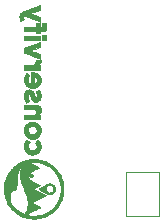
<source format=gbr>
G04 #@! TF.FileFunction,Legend,Bot*
%FSLAX46Y46*%
G04 Gerber Fmt 4.6, Leading zero omitted, Abs format (unit mm)*
G04 Created by KiCad (PCBNEW 4.0.7) date Wednesday, June 27, 2018 'AMt' 09:51:16 AM*
%MOMM*%
%LPD*%
G01*
G04 APERTURE LIST*
%ADD10C,0.100000*%
%ADD11C,0.010000*%
G04 APERTURE END LIST*
D10*
D11*
G36*
X226084607Y-122575251D02*
X226084011Y-122519373D01*
X226082793Y-122471261D01*
X226080769Y-122428448D01*
X226077757Y-122388470D01*
X226073573Y-122348859D01*
X226068033Y-122307151D01*
X226060955Y-122260880D01*
X226052780Y-122211289D01*
X226017728Y-122040934D01*
X225970714Y-121874024D01*
X225912152Y-121711148D01*
X225842454Y-121552894D01*
X225762033Y-121399852D01*
X225671303Y-121252611D01*
X225570677Y-121111760D01*
X225460567Y-120977889D01*
X225341387Y-120851587D01*
X225213550Y-120733443D01*
X225077469Y-120624047D01*
X224933556Y-120523987D01*
X224822543Y-120456461D01*
X224664275Y-120372856D01*
X224502491Y-120301433D01*
X224337141Y-120242178D01*
X224168171Y-120195079D01*
X223995530Y-120160124D01*
X223819165Y-120137300D01*
X223639023Y-120126593D01*
X223464152Y-120127642D01*
X223289272Y-120140403D01*
X223116221Y-120165555D01*
X222945638Y-120202845D01*
X222778162Y-120252019D01*
X222614433Y-120312826D01*
X222455089Y-120385011D01*
X222300769Y-120468322D01*
X222152114Y-120562505D01*
X222009762Y-120667307D01*
X221925760Y-120736806D01*
X221884330Y-120774125D01*
X221837700Y-120818676D01*
X221788322Y-120867919D01*
X221738650Y-120919311D01*
X221691136Y-120970313D01*
X221648233Y-121018383D01*
X221612395Y-121060979D01*
X221610111Y-121063818D01*
X221503254Y-121207037D01*
X221407108Y-121356482D01*
X221322051Y-121511463D01*
X221248465Y-121671295D01*
X221191162Y-121822210D01*
X221138875Y-121994296D01*
X221098988Y-122168475D01*
X221071564Y-122344262D01*
X221056669Y-122521171D01*
X221054369Y-122698715D01*
X221059344Y-122809635D01*
X221077528Y-122986673D01*
X221107979Y-123161064D01*
X221150432Y-123332228D01*
X221204623Y-123499582D01*
X221270287Y-123662544D01*
X221347160Y-123820533D01*
X221434978Y-123972966D01*
X221533475Y-124119262D01*
X221642388Y-124258838D01*
X221761453Y-124391113D01*
X221792251Y-124422450D01*
X221922172Y-124543544D01*
X222059175Y-124654346D01*
X222202661Y-124754679D01*
X222352031Y-124844365D01*
X222506687Y-124923226D01*
X222666029Y-124991085D01*
X222788187Y-125033451D01*
X222788187Y-124785720D01*
X222779398Y-124784466D01*
X222760925Y-124778639D01*
X222734625Y-124768972D01*
X222702350Y-124756199D01*
X222665956Y-124741054D01*
X222627297Y-124724271D01*
X222588325Y-124706628D01*
X222552563Y-124689034D01*
X222509301Y-124666111D01*
X222461585Y-124639610D01*
X222412459Y-124611279D01*
X222364969Y-124582869D01*
X222322161Y-124556127D01*
X222293965Y-124537543D01*
X222174889Y-124450326D01*
X222059488Y-124353709D01*
X221949634Y-124249559D01*
X221847205Y-124139745D01*
X221754074Y-124026135D01*
X221686751Y-123932622D01*
X221651622Y-123871911D01*
X221620337Y-123799879D01*
X221593143Y-123717386D01*
X221570288Y-123625292D01*
X221552022Y-123524456D01*
X221539252Y-123422410D01*
X221537104Y-123389165D01*
X221536164Y-123347356D01*
X221536387Y-123301058D01*
X221537725Y-123254347D01*
X221540131Y-123211297D01*
X221541943Y-123190151D01*
X221553922Y-123106517D01*
X221572238Y-123029073D01*
X221596395Y-122959256D01*
X221625895Y-122898504D01*
X221659994Y-122848557D01*
X221690639Y-122815775D01*
X221723139Y-122791282D01*
X221760578Y-122773390D01*
X221806040Y-122760409D01*
X221829199Y-122755849D01*
X221890025Y-122742049D01*
X221940378Y-122723581D01*
X221981932Y-122699486D01*
X222016360Y-122668809D01*
X222043772Y-122633031D01*
X222063065Y-122599424D01*
X222079609Y-122562032D01*
X222093560Y-122519821D01*
X222105073Y-122471760D01*
X222114304Y-122416818D01*
X222121410Y-122353963D01*
X222126545Y-122282163D01*
X222129865Y-122200386D01*
X222131528Y-122107601D01*
X222131792Y-122050154D01*
X222133529Y-121901070D01*
X222138549Y-121764075D01*
X222146851Y-121639208D01*
X222158430Y-121526507D01*
X222173284Y-121426010D01*
X222186574Y-121358660D01*
X222219978Y-121233164D01*
X222262879Y-121113551D01*
X222314805Y-121000678D01*
X222375283Y-120895402D01*
X222443841Y-120798579D01*
X222520005Y-120711065D01*
X222571278Y-120661462D01*
X222597009Y-120638216D01*
X222563618Y-120704751D01*
X222547226Y-120738675D01*
X222530305Y-120775787D01*
X222515340Y-120810546D01*
X222508319Y-120828004D01*
X222492395Y-120873721D01*
X222476148Y-120928355D01*
X222460495Y-120988185D01*
X222446357Y-121049491D01*
X222434651Y-121108550D01*
X222426694Y-121158635D01*
X222422059Y-121203300D01*
X222418599Y-121257380D01*
X222416342Y-121317644D01*
X222415316Y-121380860D01*
X222415546Y-121443795D01*
X222417062Y-121503218D01*
X222419890Y-121555896D01*
X222423048Y-121590435D01*
X222448162Y-121758503D01*
X222484803Y-121929217D01*
X222532544Y-122100938D01*
X222590958Y-122272027D01*
X222621405Y-122350340D01*
X222632127Y-122376712D01*
X222642389Y-122401517D01*
X222652847Y-122426222D01*
X222664159Y-122452295D01*
X222676980Y-122481205D01*
X222691968Y-122514420D01*
X222709778Y-122553408D01*
X222731069Y-122599638D01*
X222756496Y-122654577D01*
X222783513Y-122712798D01*
X222856296Y-122881091D01*
X222917860Y-123048156D01*
X222968180Y-123213616D01*
X223007233Y-123377094D01*
X223034993Y-123538214D01*
X223051434Y-123696598D01*
X223056533Y-123851870D01*
X223050264Y-124003652D01*
X223032603Y-124151568D01*
X223003524Y-124295241D01*
X222963002Y-124434293D01*
X222911013Y-124568348D01*
X222906809Y-124577836D01*
X222892311Y-124608733D01*
X222875434Y-124642228D01*
X222857322Y-124676320D01*
X222839114Y-124709009D01*
X222821953Y-124738295D01*
X222806981Y-124762177D01*
X222795337Y-124778655D01*
X222788187Y-124785720D01*
X222788187Y-125033451D01*
X222829459Y-125047765D01*
X222996377Y-125093087D01*
X223166185Y-125126874D01*
X223338284Y-125148949D01*
X223512076Y-125159133D01*
X223640050Y-125157756D01*
X223640050Y-124926959D01*
X223564958Y-124926925D01*
X223487952Y-124925120D01*
X223412256Y-124921639D01*
X223341098Y-124916574D01*
X223277702Y-124910020D01*
X223249490Y-124906148D01*
X223206566Y-124899174D01*
X223161237Y-124891008D01*
X223115101Y-124882020D01*
X223069757Y-124872581D01*
X223026803Y-124863061D01*
X222987836Y-124853829D01*
X222954456Y-124845255D01*
X222928261Y-124837709D01*
X222910849Y-124831561D01*
X222903818Y-124827181D01*
X222904033Y-124826202D01*
X222909995Y-124822959D01*
X222926540Y-124814333D01*
X222952931Y-124800702D01*
X222988432Y-124782441D01*
X223032308Y-124759928D01*
X223083821Y-124733539D01*
X223142236Y-124703652D01*
X223206816Y-124670643D01*
X223276825Y-124634890D01*
X223351527Y-124596768D01*
X223430186Y-124556656D01*
X223512065Y-124514929D01*
X223514788Y-124513542D01*
X223596738Y-124471755D01*
X223675464Y-124431537D01*
X223750231Y-124393265D01*
X223820306Y-124357320D01*
X223884955Y-124324080D01*
X223943443Y-124293924D01*
X223995037Y-124267231D01*
X224039003Y-124244381D01*
X224074606Y-124225753D01*
X224101113Y-124211725D01*
X224117789Y-124202677D01*
X224123901Y-124198988D01*
X224123914Y-124198961D01*
X224118718Y-124195186D01*
X224103229Y-124185980D01*
X224078377Y-124171853D01*
X224045094Y-124153317D01*
X224004309Y-124130883D01*
X223956955Y-124105062D01*
X223903961Y-124076364D01*
X223846258Y-124045302D01*
X223784777Y-124012386D01*
X223763639Y-124001109D01*
X223701069Y-123967690D01*
X223641927Y-123935974D01*
X223587148Y-123906470D01*
X223537669Y-123879689D01*
X223494425Y-123856141D01*
X223458350Y-123836334D01*
X223430380Y-123820780D01*
X223411451Y-123809988D01*
X223402497Y-123804467D01*
X223401890Y-123803889D01*
X223407409Y-123800429D01*
X223423471Y-123791532D01*
X223449336Y-123777588D01*
X223484260Y-123758986D01*
X223527504Y-123736116D01*
X223578326Y-123709368D01*
X223635984Y-123679131D01*
X223699738Y-123645795D01*
X223768845Y-123609749D01*
X223842564Y-123571383D01*
X223920154Y-123531086D01*
X223987678Y-123496082D01*
X224068034Y-123454443D01*
X224145215Y-123414413D01*
X224218472Y-123376383D01*
X224287057Y-123340742D01*
X224350221Y-123307882D01*
X224407217Y-123278192D01*
X224457296Y-123252061D01*
X224499709Y-123229881D01*
X224533709Y-123212041D01*
X224558547Y-123198931D01*
X224573475Y-123190941D01*
X224577804Y-123188477D01*
X224572967Y-123184948D01*
X224557688Y-123175882D01*
X224532740Y-123161701D01*
X224498897Y-123142829D01*
X224456932Y-123119688D01*
X224407618Y-123092701D01*
X224351727Y-123062291D01*
X224290033Y-123028881D01*
X224223309Y-122992893D01*
X224152328Y-122954751D01*
X224077864Y-122914877D01*
X224065109Y-122908060D01*
X223990046Y-122867924D01*
X223918256Y-122829471D01*
X223850521Y-122793124D01*
X223787621Y-122759306D01*
X223730337Y-122728437D01*
X223679451Y-122700940D01*
X223635742Y-122677238D01*
X223599993Y-122657752D01*
X223572983Y-122642904D01*
X223555495Y-122633117D01*
X223548308Y-122628812D01*
X223548166Y-122628660D01*
X223553649Y-122625201D01*
X223569332Y-122616512D01*
X223594121Y-122603172D01*
X223626920Y-122585759D01*
X223666636Y-122564852D01*
X223712174Y-122541029D01*
X223762440Y-122514868D01*
X223816338Y-122486947D01*
X223817973Y-122486102D01*
X223871969Y-122458112D01*
X223922359Y-122431822D01*
X223968049Y-122407816D01*
X224007944Y-122386677D01*
X224040950Y-122368988D01*
X224065972Y-122355333D01*
X224081916Y-122346294D01*
X224087686Y-122342454D01*
X224087690Y-122342427D01*
X224082219Y-122338866D01*
X224066335Y-122329768D01*
X224040836Y-122315565D01*
X224006518Y-122296690D01*
X223964179Y-122273576D01*
X223914616Y-122246656D01*
X223858624Y-122216363D01*
X223797002Y-122183129D01*
X223730546Y-122147388D01*
X223660053Y-122109572D01*
X223590803Y-122072511D01*
X223516606Y-122032839D01*
X223445224Y-121994655D01*
X223377506Y-121958416D01*
X223314301Y-121924575D01*
X223256457Y-121893587D01*
X223204823Y-121865908D01*
X223160246Y-121841991D01*
X223123575Y-121822292D01*
X223095658Y-121807266D01*
X223077344Y-121797366D01*
X223069828Y-121793247D01*
X223045740Y-121779607D01*
X223298428Y-121648937D01*
X223350608Y-121621838D01*
X223399111Y-121596426D01*
X223442812Y-121573306D01*
X223480584Y-121553085D01*
X223511302Y-121536368D01*
X223533840Y-121523762D01*
X223547071Y-121515874D01*
X223550208Y-121513393D01*
X223544591Y-121509387D01*
X223529007Y-121500132D01*
X223504709Y-121486327D01*
X223472951Y-121468667D01*
X223434987Y-121447851D01*
X223392071Y-121424576D01*
X223345553Y-121399590D01*
X223299168Y-121374640D01*
X223256691Y-121351500D01*
X223219339Y-121330854D01*
X223188329Y-121313390D01*
X223164879Y-121299792D01*
X223150207Y-121290747D01*
X223145529Y-121286940D01*
X223145540Y-121286928D01*
X223151650Y-121283479D01*
X223168162Y-121274668D01*
X223194191Y-121260956D01*
X223228852Y-121242804D01*
X223271262Y-121220672D01*
X223320535Y-121195023D01*
X223375787Y-121166316D01*
X223436134Y-121135014D01*
X223500690Y-121101576D01*
X223568572Y-121066464D01*
X223570746Y-121065339D01*
X223638610Y-121030219D01*
X223703086Y-120996770D01*
X223763301Y-120965449D01*
X223818382Y-120936715D01*
X223867453Y-120911028D01*
X223909640Y-120888846D01*
X223944069Y-120870627D01*
X223969867Y-120856830D01*
X223986158Y-120847913D01*
X223992068Y-120844336D01*
X223992076Y-120844310D01*
X223986693Y-120840695D01*
X223971176Y-120831262D01*
X223946400Y-120816522D01*
X223913242Y-120796989D01*
X223872576Y-120773173D01*
X223825279Y-120745587D01*
X223772226Y-120714742D01*
X223714294Y-120681151D01*
X223652357Y-120645326D01*
X223601639Y-120616051D01*
X223537302Y-120578848D01*
X223476405Y-120543440D01*
X223419809Y-120510339D01*
X223368378Y-120480061D01*
X223322974Y-120453119D01*
X223284459Y-120430026D01*
X223253696Y-120411296D01*
X223231546Y-120397442D01*
X223218873Y-120388978D01*
X223216130Y-120386440D01*
X223226620Y-120382216D01*
X223248141Y-120377990D01*
X223279022Y-120373890D01*
X223317596Y-120370043D01*
X223362192Y-120366578D01*
X223411142Y-120363621D01*
X223462776Y-120361302D01*
X223515426Y-120359748D01*
X223567422Y-120359087D01*
X223573340Y-120359074D01*
X223682555Y-120360730D01*
X223783160Y-120366208D01*
X223878776Y-120375909D01*
X223973025Y-120390240D01*
X224069527Y-120409602D01*
X224109915Y-120418929D01*
X224271384Y-120463567D01*
X224426819Y-120519049D01*
X224577192Y-120585801D01*
X224723475Y-120664249D01*
X224849690Y-120743363D01*
X224915672Y-120788866D01*
X224975370Y-120833052D01*
X225031707Y-120878344D01*
X225087604Y-120927167D01*
X225145984Y-120981946D01*
X225192863Y-121028104D01*
X225273775Y-121112134D01*
X225345593Y-121193594D01*
X225410651Y-121275448D01*
X225471288Y-121360658D01*
X225529839Y-121452189D01*
X225538482Y-121466472D01*
X225619819Y-121613887D01*
X225689450Y-121765525D01*
X225747395Y-121920726D01*
X225793670Y-122078830D01*
X225828294Y-122239175D01*
X225851285Y-122401103D01*
X225862660Y-122563951D01*
X225862438Y-122727059D01*
X225850637Y-122889766D01*
X225827274Y-123051413D01*
X225792368Y-123211338D01*
X225745936Y-123368881D01*
X225687997Y-123523382D01*
X225618569Y-123674179D01*
X225537669Y-123820612D01*
X225471590Y-123924060D01*
X225371429Y-124060794D01*
X225262276Y-124188857D01*
X225144705Y-124307912D01*
X225019290Y-124417623D01*
X224886604Y-124517652D01*
X224747223Y-124607664D01*
X224601720Y-124687320D01*
X224450669Y-124756286D01*
X224294644Y-124814223D01*
X224134219Y-124860795D01*
X223969969Y-124895665D01*
X223802467Y-124918498D01*
X223771585Y-124921340D01*
X223710001Y-124925129D01*
X223640050Y-124926959D01*
X223640050Y-125157756D01*
X223686960Y-125157250D01*
X223862339Y-125143121D01*
X224037613Y-125116569D01*
X224094473Y-125105231D01*
X224265550Y-125062735D01*
X224431742Y-125008820D01*
X224592609Y-124943941D01*
X224747714Y-124868553D01*
X224896619Y-124783111D01*
X225038884Y-124688069D01*
X225174073Y-124583882D01*
X225301746Y-124471005D01*
X225421467Y-124349893D01*
X225532795Y-124221000D01*
X225635294Y-124084782D01*
X225728525Y-123941692D01*
X225812050Y-123792186D01*
X225885430Y-123636718D01*
X225948228Y-123475743D01*
X226000005Y-123309717D01*
X226040323Y-123139093D01*
X226052545Y-123073160D01*
X226061280Y-123020928D01*
X226068301Y-122975171D01*
X226073791Y-122933450D01*
X226077932Y-122893328D01*
X226080905Y-122852369D01*
X226082893Y-122808133D01*
X226084077Y-122758185D01*
X226084640Y-122700087D01*
X226084765Y-122641360D01*
X226084607Y-122575251D01*
X226084607Y-122575251D01*
G37*
X226084607Y-122575251D02*
X226084011Y-122519373D01*
X226082793Y-122471261D01*
X226080769Y-122428448D01*
X226077757Y-122388470D01*
X226073573Y-122348859D01*
X226068033Y-122307151D01*
X226060955Y-122260880D01*
X226052780Y-122211289D01*
X226017728Y-122040934D01*
X225970714Y-121874024D01*
X225912152Y-121711148D01*
X225842454Y-121552894D01*
X225762033Y-121399852D01*
X225671303Y-121252611D01*
X225570677Y-121111760D01*
X225460567Y-120977889D01*
X225341387Y-120851587D01*
X225213550Y-120733443D01*
X225077469Y-120624047D01*
X224933556Y-120523987D01*
X224822543Y-120456461D01*
X224664275Y-120372856D01*
X224502491Y-120301433D01*
X224337141Y-120242178D01*
X224168171Y-120195079D01*
X223995530Y-120160124D01*
X223819165Y-120137300D01*
X223639023Y-120126593D01*
X223464152Y-120127642D01*
X223289272Y-120140403D01*
X223116221Y-120165555D01*
X222945638Y-120202845D01*
X222778162Y-120252019D01*
X222614433Y-120312826D01*
X222455089Y-120385011D01*
X222300769Y-120468322D01*
X222152114Y-120562505D01*
X222009762Y-120667307D01*
X221925760Y-120736806D01*
X221884330Y-120774125D01*
X221837700Y-120818676D01*
X221788322Y-120867919D01*
X221738650Y-120919311D01*
X221691136Y-120970313D01*
X221648233Y-121018383D01*
X221612395Y-121060979D01*
X221610111Y-121063818D01*
X221503254Y-121207037D01*
X221407108Y-121356482D01*
X221322051Y-121511463D01*
X221248465Y-121671295D01*
X221191162Y-121822210D01*
X221138875Y-121994296D01*
X221098988Y-122168475D01*
X221071564Y-122344262D01*
X221056669Y-122521171D01*
X221054369Y-122698715D01*
X221059344Y-122809635D01*
X221077528Y-122986673D01*
X221107979Y-123161064D01*
X221150432Y-123332228D01*
X221204623Y-123499582D01*
X221270287Y-123662544D01*
X221347160Y-123820533D01*
X221434978Y-123972966D01*
X221533475Y-124119262D01*
X221642388Y-124258838D01*
X221761453Y-124391113D01*
X221792251Y-124422450D01*
X221922172Y-124543544D01*
X222059175Y-124654346D01*
X222202661Y-124754679D01*
X222352031Y-124844365D01*
X222506687Y-124923226D01*
X222666029Y-124991085D01*
X222788187Y-125033451D01*
X222788187Y-124785720D01*
X222779398Y-124784466D01*
X222760925Y-124778639D01*
X222734625Y-124768972D01*
X222702350Y-124756199D01*
X222665956Y-124741054D01*
X222627297Y-124724271D01*
X222588325Y-124706628D01*
X222552563Y-124689034D01*
X222509301Y-124666111D01*
X222461585Y-124639610D01*
X222412459Y-124611279D01*
X222364969Y-124582869D01*
X222322161Y-124556127D01*
X222293965Y-124537543D01*
X222174889Y-124450326D01*
X222059488Y-124353709D01*
X221949634Y-124249559D01*
X221847205Y-124139745D01*
X221754074Y-124026135D01*
X221686751Y-123932622D01*
X221651622Y-123871911D01*
X221620337Y-123799879D01*
X221593143Y-123717386D01*
X221570288Y-123625292D01*
X221552022Y-123524456D01*
X221539252Y-123422410D01*
X221537104Y-123389165D01*
X221536164Y-123347356D01*
X221536387Y-123301058D01*
X221537725Y-123254347D01*
X221540131Y-123211297D01*
X221541943Y-123190151D01*
X221553922Y-123106517D01*
X221572238Y-123029073D01*
X221596395Y-122959256D01*
X221625895Y-122898504D01*
X221659994Y-122848557D01*
X221690639Y-122815775D01*
X221723139Y-122791282D01*
X221760578Y-122773390D01*
X221806040Y-122760409D01*
X221829199Y-122755849D01*
X221890025Y-122742049D01*
X221940378Y-122723581D01*
X221981932Y-122699486D01*
X222016360Y-122668809D01*
X222043772Y-122633031D01*
X222063065Y-122599424D01*
X222079609Y-122562032D01*
X222093560Y-122519821D01*
X222105073Y-122471760D01*
X222114304Y-122416818D01*
X222121410Y-122353963D01*
X222126545Y-122282163D01*
X222129865Y-122200386D01*
X222131528Y-122107601D01*
X222131792Y-122050154D01*
X222133529Y-121901070D01*
X222138549Y-121764075D01*
X222146851Y-121639208D01*
X222158430Y-121526507D01*
X222173284Y-121426010D01*
X222186574Y-121358660D01*
X222219978Y-121233164D01*
X222262879Y-121113551D01*
X222314805Y-121000678D01*
X222375283Y-120895402D01*
X222443841Y-120798579D01*
X222520005Y-120711065D01*
X222571278Y-120661462D01*
X222597009Y-120638216D01*
X222563618Y-120704751D01*
X222547226Y-120738675D01*
X222530305Y-120775787D01*
X222515340Y-120810546D01*
X222508319Y-120828004D01*
X222492395Y-120873721D01*
X222476148Y-120928355D01*
X222460495Y-120988185D01*
X222446357Y-121049491D01*
X222434651Y-121108550D01*
X222426694Y-121158635D01*
X222422059Y-121203300D01*
X222418599Y-121257380D01*
X222416342Y-121317644D01*
X222415316Y-121380860D01*
X222415546Y-121443795D01*
X222417062Y-121503218D01*
X222419890Y-121555896D01*
X222423048Y-121590435D01*
X222448162Y-121758503D01*
X222484803Y-121929217D01*
X222532544Y-122100938D01*
X222590958Y-122272027D01*
X222621405Y-122350340D01*
X222632127Y-122376712D01*
X222642389Y-122401517D01*
X222652847Y-122426222D01*
X222664159Y-122452295D01*
X222676980Y-122481205D01*
X222691968Y-122514420D01*
X222709778Y-122553408D01*
X222731069Y-122599638D01*
X222756496Y-122654577D01*
X222783513Y-122712798D01*
X222856296Y-122881091D01*
X222917860Y-123048156D01*
X222968180Y-123213616D01*
X223007233Y-123377094D01*
X223034993Y-123538214D01*
X223051434Y-123696598D01*
X223056533Y-123851870D01*
X223050264Y-124003652D01*
X223032603Y-124151568D01*
X223003524Y-124295241D01*
X222963002Y-124434293D01*
X222911013Y-124568348D01*
X222906809Y-124577836D01*
X222892311Y-124608733D01*
X222875434Y-124642228D01*
X222857322Y-124676320D01*
X222839114Y-124709009D01*
X222821953Y-124738295D01*
X222806981Y-124762177D01*
X222795337Y-124778655D01*
X222788187Y-124785720D01*
X222788187Y-125033451D01*
X222829459Y-125047765D01*
X222996377Y-125093087D01*
X223166185Y-125126874D01*
X223338284Y-125148949D01*
X223512076Y-125159133D01*
X223640050Y-125157756D01*
X223640050Y-124926959D01*
X223564958Y-124926925D01*
X223487952Y-124925120D01*
X223412256Y-124921639D01*
X223341098Y-124916574D01*
X223277702Y-124910020D01*
X223249490Y-124906148D01*
X223206566Y-124899174D01*
X223161237Y-124891008D01*
X223115101Y-124882020D01*
X223069757Y-124872581D01*
X223026803Y-124863061D01*
X222987836Y-124853829D01*
X222954456Y-124845255D01*
X222928261Y-124837709D01*
X222910849Y-124831561D01*
X222903818Y-124827181D01*
X222904033Y-124826202D01*
X222909995Y-124822959D01*
X222926540Y-124814333D01*
X222952931Y-124800702D01*
X222988432Y-124782441D01*
X223032308Y-124759928D01*
X223083821Y-124733539D01*
X223142236Y-124703652D01*
X223206816Y-124670643D01*
X223276825Y-124634890D01*
X223351527Y-124596768D01*
X223430186Y-124556656D01*
X223512065Y-124514929D01*
X223514788Y-124513542D01*
X223596738Y-124471755D01*
X223675464Y-124431537D01*
X223750231Y-124393265D01*
X223820306Y-124357320D01*
X223884955Y-124324080D01*
X223943443Y-124293924D01*
X223995037Y-124267231D01*
X224039003Y-124244381D01*
X224074606Y-124225753D01*
X224101113Y-124211725D01*
X224117789Y-124202677D01*
X224123901Y-124198988D01*
X224123914Y-124198961D01*
X224118718Y-124195186D01*
X224103229Y-124185980D01*
X224078377Y-124171853D01*
X224045094Y-124153317D01*
X224004309Y-124130883D01*
X223956955Y-124105062D01*
X223903961Y-124076364D01*
X223846258Y-124045302D01*
X223784777Y-124012386D01*
X223763639Y-124001109D01*
X223701069Y-123967690D01*
X223641927Y-123935974D01*
X223587148Y-123906470D01*
X223537669Y-123879689D01*
X223494425Y-123856141D01*
X223458350Y-123836334D01*
X223430380Y-123820780D01*
X223411451Y-123809988D01*
X223402497Y-123804467D01*
X223401890Y-123803889D01*
X223407409Y-123800429D01*
X223423471Y-123791532D01*
X223449336Y-123777588D01*
X223484260Y-123758986D01*
X223527504Y-123736116D01*
X223578326Y-123709368D01*
X223635984Y-123679131D01*
X223699738Y-123645795D01*
X223768845Y-123609749D01*
X223842564Y-123571383D01*
X223920154Y-123531086D01*
X223987678Y-123496082D01*
X224068034Y-123454443D01*
X224145215Y-123414413D01*
X224218472Y-123376383D01*
X224287057Y-123340742D01*
X224350221Y-123307882D01*
X224407217Y-123278192D01*
X224457296Y-123252061D01*
X224499709Y-123229881D01*
X224533709Y-123212041D01*
X224558547Y-123198931D01*
X224573475Y-123190941D01*
X224577804Y-123188477D01*
X224572967Y-123184948D01*
X224557688Y-123175882D01*
X224532740Y-123161701D01*
X224498897Y-123142829D01*
X224456932Y-123119688D01*
X224407618Y-123092701D01*
X224351727Y-123062291D01*
X224290033Y-123028881D01*
X224223309Y-122992893D01*
X224152328Y-122954751D01*
X224077864Y-122914877D01*
X224065109Y-122908060D01*
X223990046Y-122867924D01*
X223918256Y-122829471D01*
X223850521Y-122793124D01*
X223787621Y-122759306D01*
X223730337Y-122728437D01*
X223679451Y-122700940D01*
X223635742Y-122677238D01*
X223599993Y-122657752D01*
X223572983Y-122642904D01*
X223555495Y-122633117D01*
X223548308Y-122628812D01*
X223548166Y-122628660D01*
X223553649Y-122625201D01*
X223569332Y-122616512D01*
X223594121Y-122603172D01*
X223626920Y-122585759D01*
X223666636Y-122564852D01*
X223712174Y-122541029D01*
X223762440Y-122514868D01*
X223816338Y-122486947D01*
X223817973Y-122486102D01*
X223871969Y-122458112D01*
X223922359Y-122431822D01*
X223968049Y-122407816D01*
X224007944Y-122386677D01*
X224040950Y-122368988D01*
X224065972Y-122355333D01*
X224081916Y-122346294D01*
X224087686Y-122342454D01*
X224087690Y-122342427D01*
X224082219Y-122338866D01*
X224066335Y-122329768D01*
X224040836Y-122315565D01*
X224006518Y-122296690D01*
X223964179Y-122273576D01*
X223914616Y-122246656D01*
X223858624Y-122216363D01*
X223797002Y-122183129D01*
X223730546Y-122147388D01*
X223660053Y-122109572D01*
X223590803Y-122072511D01*
X223516606Y-122032839D01*
X223445224Y-121994655D01*
X223377506Y-121958416D01*
X223314301Y-121924575D01*
X223256457Y-121893587D01*
X223204823Y-121865908D01*
X223160246Y-121841991D01*
X223123575Y-121822292D01*
X223095658Y-121807266D01*
X223077344Y-121797366D01*
X223069828Y-121793247D01*
X223045740Y-121779607D01*
X223298428Y-121648937D01*
X223350608Y-121621838D01*
X223399111Y-121596426D01*
X223442812Y-121573306D01*
X223480584Y-121553085D01*
X223511302Y-121536368D01*
X223533840Y-121523762D01*
X223547071Y-121515874D01*
X223550208Y-121513393D01*
X223544591Y-121509387D01*
X223529007Y-121500132D01*
X223504709Y-121486327D01*
X223472951Y-121468667D01*
X223434987Y-121447851D01*
X223392071Y-121424576D01*
X223345553Y-121399590D01*
X223299168Y-121374640D01*
X223256691Y-121351500D01*
X223219339Y-121330854D01*
X223188329Y-121313390D01*
X223164879Y-121299792D01*
X223150207Y-121290747D01*
X223145529Y-121286940D01*
X223145540Y-121286928D01*
X223151650Y-121283479D01*
X223168162Y-121274668D01*
X223194191Y-121260956D01*
X223228852Y-121242804D01*
X223271262Y-121220672D01*
X223320535Y-121195023D01*
X223375787Y-121166316D01*
X223436134Y-121135014D01*
X223500690Y-121101576D01*
X223568572Y-121066464D01*
X223570746Y-121065339D01*
X223638610Y-121030219D01*
X223703086Y-120996770D01*
X223763301Y-120965449D01*
X223818382Y-120936715D01*
X223867453Y-120911028D01*
X223909640Y-120888846D01*
X223944069Y-120870627D01*
X223969867Y-120856830D01*
X223986158Y-120847913D01*
X223992068Y-120844336D01*
X223992076Y-120844310D01*
X223986693Y-120840695D01*
X223971176Y-120831262D01*
X223946400Y-120816522D01*
X223913242Y-120796989D01*
X223872576Y-120773173D01*
X223825279Y-120745587D01*
X223772226Y-120714742D01*
X223714294Y-120681151D01*
X223652357Y-120645326D01*
X223601639Y-120616051D01*
X223537302Y-120578848D01*
X223476405Y-120543440D01*
X223419809Y-120510339D01*
X223368378Y-120480061D01*
X223322974Y-120453119D01*
X223284459Y-120430026D01*
X223253696Y-120411296D01*
X223231546Y-120397442D01*
X223218873Y-120388978D01*
X223216130Y-120386440D01*
X223226620Y-120382216D01*
X223248141Y-120377990D01*
X223279022Y-120373890D01*
X223317596Y-120370043D01*
X223362192Y-120366578D01*
X223411142Y-120363621D01*
X223462776Y-120361302D01*
X223515426Y-120359748D01*
X223567422Y-120359087D01*
X223573340Y-120359074D01*
X223682555Y-120360730D01*
X223783160Y-120366208D01*
X223878776Y-120375909D01*
X223973025Y-120390240D01*
X224069527Y-120409602D01*
X224109915Y-120418929D01*
X224271384Y-120463567D01*
X224426819Y-120519049D01*
X224577192Y-120585801D01*
X224723475Y-120664249D01*
X224849690Y-120743363D01*
X224915672Y-120788866D01*
X224975370Y-120833052D01*
X225031707Y-120878344D01*
X225087604Y-120927167D01*
X225145984Y-120981946D01*
X225192863Y-121028104D01*
X225273775Y-121112134D01*
X225345593Y-121193594D01*
X225410651Y-121275448D01*
X225471288Y-121360658D01*
X225529839Y-121452189D01*
X225538482Y-121466472D01*
X225619819Y-121613887D01*
X225689450Y-121765525D01*
X225747395Y-121920726D01*
X225793670Y-122078830D01*
X225828294Y-122239175D01*
X225851285Y-122401103D01*
X225862660Y-122563951D01*
X225862438Y-122727059D01*
X225850637Y-122889766D01*
X225827274Y-123051413D01*
X225792368Y-123211338D01*
X225745936Y-123368881D01*
X225687997Y-123523382D01*
X225618569Y-123674179D01*
X225537669Y-123820612D01*
X225471590Y-123924060D01*
X225371429Y-124060794D01*
X225262276Y-124188857D01*
X225144705Y-124307912D01*
X225019290Y-124417623D01*
X224886604Y-124517652D01*
X224747223Y-124607664D01*
X224601720Y-124687320D01*
X224450669Y-124756286D01*
X224294644Y-124814223D01*
X224134219Y-124860795D01*
X223969969Y-124895665D01*
X223802467Y-124918498D01*
X223771585Y-124921340D01*
X223710001Y-124925129D01*
X223640050Y-124926959D01*
X223640050Y-125157756D01*
X223686960Y-125157250D01*
X223862339Y-125143121D01*
X224037613Y-125116569D01*
X224094473Y-125105231D01*
X224265550Y-125062735D01*
X224431742Y-125008820D01*
X224592609Y-124943941D01*
X224747714Y-124868553D01*
X224896619Y-124783111D01*
X225038884Y-124688069D01*
X225174073Y-124583882D01*
X225301746Y-124471005D01*
X225421467Y-124349893D01*
X225532795Y-124221000D01*
X225635294Y-124084782D01*
X225728525Y-123941692D01*
X225812050Y-123792186D01*
X225885430Y-123636718D01*
X225948228Y-123475743D01*
X226000005Y-123309717D01*
X226040323Y-123139093D01*
X226052545Y-123073160D01*
X226061280Y-123020928D01*
X226068301Y-122975171D01*
X226073791Y-122933450D01*
X226077932Y-122893328D01*
X226080905Y-122852369D01*
X226082893Y-122808133D01*
X226084077Y-122758185D01*
X226084640Y-122700087D01*
X226084765Y-122641360D01*
X226084607Y-122575251D01*
G36*
X224138416Y-107226567D02*
X224138205Y-107181312D01*
X224137875Y-107141872D01*
X224137444Y-107109743D01*
X224136932Y-107086421D01*
X224136356Y-107073403D01*
X224135987Y-107071160D01*
X224128757Y-107073377D01*
X224110535Y-107079808D01*
X224082184Y-107090124D01*
X224044572Y-107103997D01*
X223998564Y-107121097D01*
X223945027Y-107141097D01*
X223884827Y-107163666D01*
X223818829Y-107188477D01*
X223747899Y-107215201D01*
X223672904Y-107243509D01*
X223594710Y-107273071D01*
X223514182Y-107303560D01*
X223432187Y-107334646D01*
X223349591Y-107366001D01*
X223267260Y-107397296D01*
X223186059Y-107428202D01*
X223106855Y-107458390D01*
X223030514Y-107487532D01*
X222957902Y-107515298D01*
X222889885Y-107541361D01*
X222827329Y-107565390D01*
X222771100Y-107587058D01*
X222722064Y-107606036D01*
X222681086Y-107621994D01*
X222649034Y-107634605D01*
X222626773Y-107643538D01*
X222615169Y-107648466D01*
X222614490Y-107648795D01*
X222544248Y-107688752D01*
X222485967Y-107732251D01*
X222439315Y-107779665D01*
X222403955Y-107831365D01*
X222379553Y-107887723D01*
X222371107Y-107918885D01*
X222363558Y-107964714D01*
X222359005Y-108017314D01*
X222357712Y-108071054D01*
X222359945Y-108120303D01*
X222361112Y-108131478D01*
X222372780Y-108197723D01*
X222392501Y-108263966D01*
X222399935Y-108284010D01*
X222410911Y-108310809D01*
X222422888Y-108337401D01*
X222434581Y-108361236D01*
X222444708Y-108379763D01*
X222451988Y-108390432D01*
X222454244Y-108392027D01*
X222462148Y-108389452D01*
X222479231Y-108382257D01*
X222503584Y-108371358D01*
X222533299Y-108357669D01*
X222566468Y-108342103D01*
X222601182Y-108325574D01*
X222635532Y-108308997D01*
X222667609Y-108293285D01*
X222695505Y-108279353D01*
X222717311Y-108268114D01*
X222731118Y-108260484D01*
X222735140Y-108257509D01*
X222732461Y-108249084D01*
X222725566Y-108233416D01*
X222719213Y-108220406D01*
X222698054Y-108168840D01*
X222687070Y-108118614D01*
X222686568Y-108071671D01*
X222691428Y-108045885D01*
X222701103Y-108025200D01*
X222717358Y-108003494D01*
X222736731Y-107984496D01*
X222755759Y-107971931D01*
X222762318Y-107969584D01*
X222770865Y-107971316D01*
X222791186Y-107977806D01*
X222823280Y-107989053D01*
X222867145Y-108005055D01*
X222922781Y-108025813D01*
X222990185Y-108051326D01*
X223069356Y-108081594D01*
X223160295Y-108116615D01*
X223262998Y-108156391D01*
X223377465Y-108200919D01*
X223451644Y-108229860D01*
X223540076Y-108264377D01*
X223625229Y-108297574D01*
X223706353Y-108329163D01*
X223782699Y-108358853D01*
X223853517Y-108386353D01*
X223918057Y-108411375D01*
X223975570Y-108433626D01*
X224025306Y-108452819D01*
X224066517Y-108468661D01*
X224098452Y-108480863D01*
X224120361Y-108489135D01*
X224131496Y-108493187D01*
X224132768Y-108493560D01*
X224134321Y-108487380D01*
X224135568Y-108469508D01*
X224136491Y-108440952D01*
X224137067Y-108402718D01*
X224137277Y-108355811D01*
X224137100Y-108301237D01*
X224136990Y-108286125D01*
X224135315Y-108078690D01*
X223222295Y-107774354D01*
X223545455Y-107670551D01*
X223612352Y-107649074D01*
X223680037Y-107627363D01*
X223746692Y-107606000D01*
X223810503Y-107585567D01*
X223869654Y-107566644D01*
X223922328Y-107549813D01*
X223966711Y-107535654D01*
X224000985Y-107524750D01*
X224003553Y-107523934D01*
X224138490Y-107481121D01*
X224138490Y-107276141D01*
X224138416Y-107226567D01*
X224138416Y-107226567D01*
G37*
X224138416Y-107226567D02*
X224138205Y-107181312D01*
X224137875Y-107141872D01*
X224137444Y-107109743D01*
X224136932Y-107086421D01*
X224136356Y-107073403D01*
X224135987Y-107071160D01*
X224128757Y-107073377D01*
X224110535Y-107079808D01*
X224082184Y-107090124D01*
X224044572Y-107103997D01*
X223998564Y-107121097D01*
X223945027Y-107141097D01*
X223884827Y-107163666D01*
X223818829Y-107188477D01*
X223747899Y-107215201D01*
X223672904Y-107243509D01*
X223594710Y-107273071D01*
X223514182Y-107303560D01*
X223432187Y-107334646D01*
X223349591Y-107366001D01*
X223267260Y-107397296D01*
X223186059Y-107428202D01*
X223106855Y-107458390D01*
X223030514Y-107487532D01*
X222957902Y-107515298D01*
X222889885Y-107541361D01*
X222827329Y-107565390D01*
X222771100Y-107587058D01*
X222722064Y-107606036D01*
X222681086Y-107621994D01*
X222649034Y-107634605D01*
X222626773Y-107643538D01*
X222615169Y-107648466D01*
X222614490Y-107648795D01*
X222544248Y-107688752D01*
X222485967Y-107732251D01*
X222439315Y-107779665D01*
X222403955Y-107831365D01*
X222379553Y-107887723D01*
X222371107Y-107918885D01*
X222363558Y-107964714D01*
X222359005Y-108017314D01*
X222357712Y-108071054D01*
X222359945Y-108120303D01*
X222361112Y-108131478D01*
X222372780Y-108197723D01*
X222392501Y-108263966D01*
X222399935Y-108284010D01*
X222410911Y-108310809D01*
X222422888Y-108337401D01*
X222434581Y-108361236D01*
X222444708Y-108379763D01*
X222451988Y-108390432D01*
X222454244Y-108392027D01*
X222462148Y-108389452D01*
X222479231Y-108382257D01*
X222503584Y-108371358D01*
X222533299Y-108357669D01*
X222566468Y-108342103D01*
X222601182Y-108325574D01*
X222635532Y-108308997D01*
X222667609Y-108293285D01*
X222695505Y-108279353D01*
X222717311Y-108268114D01*
X222731118Y-108260484D01*
X222735140Y-108257509D01*
X222732461Y-108249084D01*
X222725566Y-108233416D01*
X222719213Y-108220406D01*
X222698054Y-108168840D01*
X222687070Y-108118614D01*
X222686568Y-108071671D01*
X222691428Y-108045885D01*
X222701103Y-108025200D01*
X222717358Y-108003494D01*
X222736731Y-107984496D01*
X222755759Y-107971931D01*
X222762318Y-107969584D01*
X222770865Y-107971316D01*
X222791186Y-107977806D01*
X222823280Y-107989053D01*
X222867145Y-108005055D01*
X222922781Y-108025813D01*
X222990185Y-108051326D01*
X223069356Y-108081594D01*
X223160295Y-108116615D01*
X223262998Y-108156391D01*
X223377465Y-108200919D01*
X223451644Y-108229860D01*
X223540076Y-108264377D01*
X223625229Y-108297574D01*
X223706353Y-108329163D01*
X223782699Y-108358853D01*
X223853517Y-108386353D01*
X223918057Y-108411375D01*
X223975570Y-108433626D01*
X224025306Y-108452819D01*
X224066517Y-108468661D01*
X224098452Y-108480863D01*
X224120361Y-108489135D01*
X224131496Y-108493187D01*
X224132768Y-108493560D01*
X224134321Y-108487380D01*
X224135568Y-108469508D01*
X224136491Y-108440952D01*
X224137067Y-108402718D01*
X224137277Y-108355811D01*
X224137100Y-108301237D01*
X224136990Y-108286125D01*
X224135315Y-108078690D01*
X223222295Y-107774354D01*
X223545455Y-107670551D01*
X223612352Y-107649074D01*
X223680037Y-107627363D01*
X223746692Y-107606000D01*
X223810503Y-107585567D01*
X223869654Y-107566644D01*
X223922328Y-107549813D01*
X223966711Y-107535654D01*
X224000985Y-107524750D01*
X224003553Y-107523934D01*
X224138490Y-107481121D01*
X224138490Y-107276141D01*
X224138416Y-107226567D01*
G36*
X224160174Y-118929250D02*
X224147497Y-118842148D01*
X224125993Y-118762405D01*
X224095159Y-118688699D01*
X224054492Y-118619705D01*
X224003490Y-118554101D01*
X223973021Y-118521198D01*
X223933669Y-118480910D01*
X223894792Y-118518388D01*
X223877367Y-118535039D01*
X223852993Y-118558128D01*
X223824017Y-118585443D01*
X223792785Y-118614770D01*
X223765556Y-118640245D01*
X223675196Y-118724623D01*
X223714633Y-118768133D01*
X223755198Y-118817018D01*
X223785344Y-118863515D01*
X223806313Y-118910264D01*
X223819348Y-118959904D01*
X223824792Y-119002130D01*
X223824249Y-119066434D01*
X223811791Y-119126352D01*
X223787461Y-119181766D01*
X223751306Y-119232560D01*
X223726258Y-119258616D01*
X223674294Y-119299929D01*
X223617282Y-119330266D01*
X223554370Y-119349944D01*
X223484709Y-119359278D01*
X223452690Y-119360190D01*
X223380866Y-119354655D01*
X223314095Y-119338267D01*
X223253320Y-119311393D01*
X223199485Y-119274398D01*
X223176201Y-119252966D01*
X223137726Y-119207257D01*
X223110042Y-119158093D01*
X223092482Y-119103738D01*
X223084379Y-119042456D01*
X223083640Y-119012130D01*
X223088809Y-118951306D01*
X223104221Y-118893280D01*
X223130524Y-118836414D01*
X223168370Y-118779070D01*
X223184089Y-118759042D01*
X223199729Y-118739667D01*
X223212702Y-118723258D01*
X223220460Y-118713044D01*
X223220915Y-118712394D01*
X223221072Y-118707639D01*
X223216482Y-118699357D01*
X223206331Y-118686641D01*
X223189804Y-118668585D01*
X223166087Y-118644284D01*
X223134366Y-118612832D01*
X223110201Y-118589225D01*
X222993136Y-118475313D01*
X222955821Y-118512049D01*
X222907619Y-118564499D01*
X222863216Y-118622480D01*
X222824592Y-118682962D01*
X222793726Y-118742911D01*
X222776568Y-118786571D01*
X222762299Y-118840084D01*
X222751575Y-118902008D01*
X222744659Y-118968485D01*
X222741813Y-119035658D01*
X222743301Y-119099668D01*
X222749386Y-119156659D01*
X222750779Y-119164735D01*
X222773400Y-119255779D01*
X222806728Y-119342305D01*
X222850008Y-119423051D01*
X222902484Y-119496757D01*
X222963399Y-119562163D01*
X223015215Y-119605801D01*
X223092621Y-119656549D01*
X223174561Y-119696214D01*
X223259896Y-119724918D01*
X223347487Y-119742785D01*
X223436194Y-119749940D01*
X223524876Y-119746505D01*
X223612395Y-119732604D01*
X223697610Y-119708362D01*
X223779383Y-119673901D01*
X223856572Y-119629346D01*
X223928039Y-119574820D01*
X223992643Y-119510448D01*
X224002807Y-119498599D01*
X224057119Y-119424807D01*
X224100140Y-119346280D01*
X224132059Y-119262463D01*
X224153067Y-119172801D01*
X224163351Y-119076741D01*
X224164528Y-119025035D01*
X224160174Y-118929250D01*
X224160174Y-118929250D01*
G37*
X224160174Y-118929250D02*
X224147497Y-118842148D01*
X224125993Y-118762405D01*
X224095159Y-118688699D01*
X224054492Y-118619705D01*
X224003490Y-118554101D01*
X223973021Y-118521198D01*
X223933669Y-118480910D01*
X223894792Y-118518388D01*
X223877367Y-118535039D01*
X223852993Y-118558128D01*
X223824017Y-118585443D01*
X223792785Y-118614770D01*
X223765556Y-118640245D01*
X223675196Y-118724623D01*
X223714633Y-118768133D01*
X223755198Y-118817018D01*
X223785344Y-118863515D01*
X223806313Y-118910264D01*
X223819348Y-118959904D01*
X223824792Y-119002130D01*
X223824249Y-119066434D01*
X223811791Y-119126352D01*
X223787461Y-119181766D01*
X223751306Y-119232560D01*
X223726258Y-119258616D01*
X223674294Y-119299929D01*
X223617282Y-119330266D01*
X223554370Y-119349944D01*
X223484709Y-119359278D01*
X223452690Y-119360190D01*
X223380866Y-119354655D01*
X223314095Y-119338267D01*
X223253320Y-119311393D01*
X223199485Y-119274398D01*
X223176201Y-119252966D01*
X223137726Y-119207257D01*
X223110042Y-119158093D01*
X223092482Y-119103738D01*
X223084379Y-119042456D01*
X223083640Y-119012130D01*
X223088809Y-118951306D01*
X223104221Y-118893280D01*
X223130524Y-118836414D01*
X223168370Y-118779070D01*
X223184089Y-118759042D01*
X223199729Y-118739667D01*
X223212702Y-118723258D01*
X223220460Y-118713044D01*
X223220915Y-118712394D01*
X223221072Y-118707639D01*
X223216482Y-118699357D01*
X223206331Y-118686641D01*
X223189804Y-118668585D01*
X223166087Y-118644284D01*
X223134366Y-118612832D01*
X223110201Y-118589225D01*
X222993136Y-118475313D01*
X222955821Y-118512049D01*
X222907619Y-118564499D01*
X222863216Y-118622480D01*
X222824592Y-118682962D01*
X222793726Y-118742911D01*
X222776568Y-118786571D01*
X222762299Y-118840084D01*
X222751575Y-118902008D01*
X222744659Y-118968485D01*
X222741813Y-119035658D01*
X222743301Y-119099668D01*
X222749386Y-119156659D01*
X222750779Y-119164735D01*
X222773400Y-119255779D01*
X222806728Y-119342305D01*
X222850008Y-119423051D01*
X222902484Y-119496757D01*
X222963399Y-119562163D01*
X223015215Y-119605801D01*
X223092621Y-119656549D01*
X223174561Y-119696214D01*
X223259896Y-119724918D01*
X223347487Y-119742785D01*
X223436194Y-119749940D01*
X223524876Y-119746505D01*
X223612395Y-119732604D01*
X223697610Y-119708362D01*
X223779383Y-119673901D01*
X223856572Y-119629346D01*
X223928039Y-119574820D01*
X223992643Y-119510448D01*
X224002807Y-119498599D01*
X224057119Y-119424807D01*
X224100140Y-119346280D01*
X224132059Y-119262463D01*
X224153067Y-119172801D01*
X224163351Y-119076741D01*
X224164528Y-119025035D01*
X224160174Y-118929250D01*
G36*
X224163290Y-117622083D02*
X224159315Y-117572370D01*
X224154317Y-117537918D01*
X224130543Y-117442378D01*
X224096488Y-117353103D01*
X224052703Y-117270751D01*
X223999741Y-117195979D01*
X223938154Y-117129448D01*
X223868494Y-117071814D01*
X223791314Y-117023737D01*
X223707166Y-116985874D01*
X223684465Y-116977868D01*
X223598723Y-116955481D01*
X223509834Y-116943934D01*
X223419837Y-116943086D01*
X223330772Y-116952797D01*
X223244677Y-116972927D01*
X223163591Y-117003337D01*
X223138790Y-117015341D01*
X223055758Y-117064820D01*
X222981588Y-117123309D01*
X222916544Y-117190474D01*
X222860889Y-117265980D01*
X222814887Y-117349491D01*
X222778802Y-117440671D01*
X222763638Y-117492568D01*
X222756747Y-117521169D01*
X222751800Y-117547446D01*
X222748405Y-117574863D01*
X222746169Y-117606881D01*
X222744699Y-117646963D01*
X222744306Y-117662960D01*
X222743841Y-117720949D01*
X222745384Y-117768160D01*
X222749012Y-117806371D01*
X222751049Y-117819446D01*
X222773794Y-117914789D01*
X222806990Y-118003917D01*
X222849988Y-118086208D01*
X222902136Y-118161042D01*
X222962782Y-118227799D01*
X223031277Y-118285856D01*
X223106969Y-118334595D01*
X223189206Y-118373394D01*
X223277340Y-118401633D01*
X223370717Y-118418690D01*
X223380668Y-118419794D01*
X223446976Y-118422214D01*
X223446976Y-118033330D01*
X223381210Y-118026443D01*
X223318217Y-118009488D01*
X223259807Y-117982683D01*
X223207795Y-117946247D01*
X223198258Y-117937766D01*
X223160972Y-117899574D01*
X223132651Y-117861377D01*
X223110287Y-117818946D01*
X223105170Y-117806927D01*
X223091543Y-117760915D01*
X223084457Y-117708342D01*
X223083963Y-117653560D01*
X223090110Y-117600924D01*
X223102270Y-117556554D01*
X223131085Y-117496968D01*
X223168771Y-117445956D01*
X223214755Y-117404167D01*
X223263365Y-117374682D01*
X223311453Y-117353988D01*
X223357240Y-117340885D01*
X223405823Y-117334223D01*
X223449515Y-117332760D01*
X223521690Y-117337859D01*
X223586799Y-117353313D01*
X223645451Y-117379359D01*
X223698254Y-117416234D01*
X223722886Y-117439041D01*
X223765595Y-117490707D01*
X223797071Y-117547426D01*
X223817147Y-117608013D01*
X223825654Y-117671286D01*
X223822423Y-117736061D01*
X223807287Y-117801155D01*
X223782798Y-117860116D01*
X223764988Y-117887262D01*
X223738983Y-117916925D01*
X223708015Y-117946077D01*
X223675313Y-117971689D01*
X223644109Y-117990732D01*
X223642780Y-117991391D01*
X223579574Y-118016023D01*
X223513701Y-118029929D01*
X223446976Y-118033330D01*
X223446976Y-118422214D01*
X223471097Y-118423095D01*
X223561820Y-118414633D01*
X223650893Y-118394891D01*
X223736370Y-118364351D01*
X223816308Y-118323496D01*
X223846679Y-118304115D01*
X223881782Y-118277598D01*
X223920413Y-118243994D01*
X223958991Y-118206739D01*
X223993932Y-118169269D01*
X224018308Y-118139535D01*
X224060156Y-118075871D01*
X224097070Y-118003553D01*
X224127504Y-117926168D01*
X224149912Y-117847303D01*
X224155202Y-117821984D01*
X224160848Y-117780230D01*
X224164069Y-117730202D01*
X224164879Y-117676090D01*
X224163290Y-117622083D01*
X224163290Y-117622083D01*
G37*
X224163290Y-117622083D02*
X224159315Y-117572370D01*
X224154317Y-117537918D01*
X224130543Y-117442378D01*
X224096488Y-117353103D01*
X224052703Y-117270751D01*
X223999741Y-117195979D01*
X223938154Y-117129448D01*
X223868494Y-117071814D01*
X223791314Y-117023737D01*
X223707166Y-116985874D01*
X223684465Y-116977868D01*
X223598723Y-116955481D01*
X223509834Y-116943934D01*
X223419837Y-116943086D01*
X223330772Y-116952797D01*
X223244677Y-116972927D01*
X223163591Y-117003337D01*
X223138790Y-117015341D01*
X223055758Y-117064820D01*
X222981588Y-117123309D01*
X222916544Y-117190474D01*
X222860889Y-117265980D01*
X222814887Y-117349491D01*
X222778802Y-117440671D01*
X222763638Y-117492568D01*
X222756747Y-117521169D01*
X222751800Y-117547446D01*
X222748405Y-117574863D01*
X222746169Y-117606881D01*
X222744699Y-117646963D01*
X222744306Y-117662960D01*
X222743841Y-117720949D01*
X222745384Y-117768160D01*
X222749012Y-117806371D01*
X222751049Y-117819446D01*
X222773794Y-117914789D01*
X222806990Y-118003917D01*
X222849988Y-118086208D01*
X222902136Y-118161042D01*
X222962782Y-118227799D01*
X223031277Y-118285856D01*
X223106969Y-118334595D01*
X223189206Y-118373394D01*
X223277340Y-118401633D01*
X223370717Y-118418690D01*
X223380668Y-118419794D01*
X223446976Y-118422214D01*
X223446976Y-118033330D01*
X223381210Y-118026443D01*
X223318217Y-118009488D01*
X223259807Y-117982683D01*
X223207795Y-117946247D01*
X223198258Y-117937766D01*
X223160972Y-117899574D01*
X223132651Y-117861377D01*
X223110287Y-117818946D01*
X223105170Y-117806927D01*
X223091543Y-117760915D01*
X223084457Y-117708342D01*
X223083963Y-117653560D01*
X223090110Y-117600924D01*
X223102270Y-117556554D01*
X223131085Y-117496968D01*
X223168771Y-117445956D01*
X223214755Y-117404167D01*
X223263365Y-117374682D01*
X223311453Y-117353988D01*
X223357240Y-117340885D01*
X223405823Y-117334223D01*
X223449515Y-117332760D01*
X223521690Y-117337859D01*
X223586799Y-117353313D01*
X223645451Y-117379359D01*
X223698254Y-117416234D01*
X223722886Y-117439041D01*
X223765595Y-117490707D01*
X223797071Y-117547426D01*
X223817147Y-117608013D01*
X223825654Y-117671286D01*
X223822423Y-117736061D01*
X223807287Y-117801155D01*
X223782798Y-117860116D01*
X223764988Y-117887262D01*
X223738983Y-117916925D01*
X223708015Y-117946077D01*
X223675313Y-117971689D01*
X223644109Y-117990732D01*
X223642780Y-117991391D01*
X223579574Y-118016023D01*
X223513701Y-118029929D01*
X223446976Y-118033330D01*
X223446976Y-118422214D01*
X223471097Y-118423095D01*
X223561820Y-118414633D01*
X223650893Y-118394891D01*
X223736370Y-118364351D01*
X223816308Y-118323496D01*
X223846679Y-118304115D01*
X223881782Y-118277598D01*
X223920413Y-118243994D01*
X223958991Y-118206739D01*
X223993932Y-118169269D01*
X224018308Y-118139535D01*
X224060156Y-118075871D01*
X224097070Y-118003553D01*
X224127504Y-117926168D01*
X224149912Y-117847303D01*
X224155202Y-117821984D01*
X224160848Y-117780230D01*
X224164069Y-117730202D01*
X224164879Y-117676090D01*
X224163290Y-117622083D01*
G36*
X224161888Y-113377459D02*
X224158161Y-113326064D01*
X224152424Y-113280346D01*
X224145498Y-113246535D01*
X224117114Y-113163240D01*
X224078215Y-113086773D01*
X224029212Y-113017498D01*
X223970518Y-112955774D01*
X223902548Y-112901964D01*
X223825714Y-112856429D01*
X223740429Y-112819529D01*
X223647106Y-112791628D01*
X223618016Y-112785151D01*
X223593702Y-112781182D01*
X223561891Y-112777503D01*
X223525003Y-112774233D01*
X223485461Y-112771494D01*
X223445687Y-112769406D01*
X223408102Y-112768091D01*
X223375129Y-112767668D01*
X223349189Y-112768260D01*
X223332705Y-112769986D01*
X223329875Y-112770777D01*
X223327889Y-112772293D01*
X223326167Y-112775774D01*
X223324692Y-112782069D01*
X223323444Y-112792023D01*
X223322405Y-112806485D01*
X223321555Y-112826301D01*
X223320876Y-112852318D01*
X223320350Y-112885385D01*
X223319957Y-112926346D01*
X223319679Y-112976051D01*
X223319498Y-113035346D01*
X223319393Y-113105078D01*
X223319348Y-113186094D01*
X223319340Y-113247215D01*
X223319320Y-113323415D01*
X223319260Y-113395806D01*
X223319163Y-113463403D01*
X223319034Y-113525218D01*
X223318876Y-113580268D01*
X223318692Y-113627567D01*
X223318484Y-113666129D01*
X223318257Y-113694968D01*
X223318014Y-113713100D01*
X223317759Y-113719539D01*
X223317753Y-113719542D01*
X223304863Y-113716684D01*
X223284314Y-113709762D01*
X223259880Y-113700238D01*
X223235338Y-113689576D01*
X223216198Y-113680176D01*
X223166671Y-113646918D01*
X223126183Y-113605058D01*
X223095033Y-113555206D01*
X223073517Y-113497974D01*
X223061933Y-113433971D01*
X223060579Y-113363807D01*
X223060728Y-113361104D01*
X223070155Y-113291789D01*
X223090513Y-113226068D01*
X223122371Y-113162559D01*
X223166297Y-113099878D01*
X223170239Y-113094995D01*
X223199397Y-113059200D01*
X223102206Y-112948532D01*
X223074297Y-112917054D01*
X223048934Y-112889019D01*
X223027376Y-112865774D01*
X223010885Y-112848664D01*
X223000719Y-112839037D01*
X222998227Y-112837412D01*
X222990412Y-112841707D01*
X222976256Y-112853865D01*
X222957543Y-112871988D01*
X222936057Y-112894180D01*
X222913583Y-112918542D01*
X222891905Y-112943178D01*
X222872807Y-112966189D01*
X222858073Y-112985679D01*
X222856063Y-112988606D01*
X222812177Y-113064996D01*
X222778289Y-113148587D01*
X222754829Y-113238228D01*
X222748062Y-113278285D01*
X222744459Y-113315711D01*
X222742675Y-113361356D01*
X222742653Y-113410880D01*
X222744336Y-113459941D01*
X222747668Y-113504198D01*
X222751390Y-113532685D01*
X222772828Y-113625735D01*
X222804804Y-113711850D01*
X222847576Y-113791551D01*
X222901402Y-113865359D01*
X222933876Y-113901614D01*
X223001995Y-113963814D01*
X223077152Y-114015492D01*
X223159039Y-114056485D01*
X223247349Y-114086632D01*
X223312990Y-114101225D01*
X223350905Y-114105950D01*
X223397260Y-114108700D01*
X223448112Y-114109511D01*
X223499517Y-114108417D01*
X223547534Y-114105454D01*
X223566990Y-114103160D01*
X223566990Y-113724772D01*
X223566990Y-113439616D01*
X223567015Y-113371919D01*
X223567117Y-113315836D01*
X223567340Y-113270280D01*
X223567724Y-113234168D01*
X223568313Y-113206411D01*
X223569149Y-113185925D01*
X223570274Y-113171624D01*
X223571731Y-113162422D01*
X223573562Y-113157232D01*
X223575808Y-113154969D01*
X223578103Y-113154536D01*
X223596626Y-113157066D01*
X223622514Y-113163634D01*
X223651589Y-113172981D01*
X223679673Y-113183849D01*
X223688665Y-113187858D01*
X223740835Y-113217765D01*
X223782350Y-113254170D01*
X223813844Y-113297751D01*
X223834229Y-113343921D01*
X223840833Y-113366176D01*
X223844614Y-113387376D01*
X223846037Y-113411891D01*
X223845564Y-113444093D01*
X223845388Y-113449063D01*
X223843796Y-113480647D01*
X223841174Y-113503756D01*
X223836615Y-113522618D01*
X223829212Y-113541456D01*
X223822567Y-113555446D01*
X223792772Y-113601823D01*
X223752341Y-113642395D01*
X223702255Y-113676485D01*
X223643498Y-113703417D01*
X223581278Y-113721594D01*
X223566990Y-113724772D01*
X223566990Y-114103160D01*
X223588218Y-114100656D01*
X223599338Y-114098681D01*
X223693393Y-114074221D01*
X223780777Y-114039723D01*
X223860888Y-113995764D01*
X223933124Y-113942920D01*
X223996882Y-113881765D01*
X224051560Y-113812876D01*
X224096557Y-113736827D01*
X224131271Y-113654194D01*
X224154647Y-113567810D01*
X224159984Y-113529704D01*
X224162902Y-113482878D01*
X224163503Y-113430930D01*
X224161888Y-113377459D01*
X224161888Y-113377459D01*
G37*
X224161888Y-113377459D02*
X224158161Y-113326064D01*
X224152424Y-113280346D01*
X224145498Y-113246535D01*
X224117114Y-113163240D01*
X224078215Y-113086773D01*
X224029212Y-113017498D01*
X223970518Y-112955774D01*
X223902548Y-112901964D01*
X223825714Y-112856429D01*
X223740429Y-112819529D01*
X223647106Y-112791628D01*
X223618016Y-112785151D01*
X223593702Y-112781182D01*
X223561891Y-112777503D01*
X223525003Y-112774233D01*
X223485461Y-112771494D01*
X223445687Y-112769406D01*
X223408102Y-112768091D01*
X223375129Y-112767668D01*
X223349189Y-112768260D01*
X223332705Y-112769986D01*
X223329875Y-112770777D01*
X223327889Y-112772293D01*
X223326167Y-112775774D01*
X223324692Y-112782069D01*
X223323444Y-112792023D01*
X223322405Y-112806485D01*
X223321555Y-112826301D01*
X223320876Y-112852318D01*
X223320350Y-112885385D01*
X223319957Y-112926346D01*
X223319679Y-112976051D01*
X223319498Y-113035346D01*
X223319393Y-113105078D01*
X223319348Y-113186094D01*
X223319340Y-113247215D01*
X223319320Y-113323415D01*
X223319260Y-113395806D01*
X223319163Y-113463403D01*
X223319034Y-113525218D01*
X223318876Y-113580268D01*
X223318692Y-113627567D01*
X223318484Y-113666129D01*
X223318257Y-113694968D01*
X223318014Y-113713100D01*
X223317759Y-113719539D01*
X223317753Y-113719542D01*
X223304863Y-113716684D01*
X223284314Y-113709762D01*
X223259880Y-113700238D01*
X223235338Y-113689576D01*
X223216198Y-113680176D01*
X223166671Y-113646918D01*
X223126183Y-113605058D01*
X223095033Y-113555206D01*
X223073517Y-113497974D01*
X223061933Y-113433971D01*
X223060579Y-113363807D01*
X223060728Y-113361104D01*
X223070155Y-113291789D01*
X223090513Y-113226068D01*
X223122371Y-113162559D01*
X223166297Y-113099878D01*
X223170239Y-113094995D01*
X223199397Y-113059200D01*
X223102206Y-112948532D01*
X223074297Y-112917054D01*
X223048934Y-112889019D01*
X223027376Y-112865774D01*
X223010885Y-112848664D01*
X223000719Y-112839037D01*
X222998227Y-112837412D01*
X222990412Y-112841707D01*
X222976256Y-112853865D01*
X222957543Y-112871988D01*
X222936057Y-112894180D01*
X222913583Y-112918542D01*
X222891905Y-112943178D01*
X222872807Y-112966189D01*
X222858073Y-112985679D01*
X222856063Y-112988606D01*
X222812177Y-113064996D01*
X222778289Y-113148587D01*
X222754829Y-113238228D01*
X222748062Y-113278285D01*
X222744459Y-113315711D01*
X222742675Y-113361356D01*
X222742653Y-113410880D01*
X222744336Y-113459941D01*
X222747668Y-113504198D01*
X222751390Y-113532685D01*
X222772828Y-113625735D01*
X222804804Y-113711850D01*
X222847576Y-113791551D01*
X222901402Y-113865359D01*
X222933876Y-113901614D01*
X223001995Y-113963814D01*
X223077152Y-114015492D01*
X223159039Y-114056485D01*
X223247349Y-114086632D01*
X223312990Y-114101225D01*
X223350905Y-114105950D01*
X223397260Y-114108700D01*
X223448112Y-114109511D01*
X223499517Y-114108417D01*
X223547534Y-114105454D01*
X223566990Y-114103160D01*
X223566990Y-113724772D01*
X223566990Y-113439616D01*
X223567015Y-113371919D01*
X223567117Y-113315836D01*
X223567340Y-113270280D01*
X223567724Y-113234168D01*
X223568313Y-113206411D01*
X223569149Y-113185925D01*
X223570274Y-113171624D01*
X223571731Y-113162422D01*
X223573562Y-113157232D01*
X223575808Y-113154969D01*
X223578103Y-113154536D01*
X223596626Y-113157066D01*
X223622514Y-113163634D01*
X223651589Y-113172981D01*
X223679673Y-113183849D01*
X223688665Y-113187858D01*
X223740835Y-113217765D01*
X223782350Y-113254170D01*
X223813844Y-113297751D01*
X223834229Y-113343921D01*
X223840833Y-113366176D01*
X223844614Y-113387376D01*
X223846037Y-113411891D01*
X223845564Y-113444093D01*
X223845388Y-113449063D01*
X223843796Y-113480647D01*
X223841174Y-113503756D01*
X223836615Y-113522618D01*
X223829212Y-113541456D01*
X223822567Y-113555446D01*
X223792772Y-113601823D01*
X223752341Y-113642395D01*
X223702255Y-113676485D01*
X223643498Y-113703417D01*
X223581278Y-113721594D01*
X223566990Y-113724772D01*
X223566990Y-114103160D01*
X223588218Y-114100656D01*
X223599338Y-114098681D01*
X223693393Y-114074221D01*
X223780777Y-114039723D01*
X223860888Y-113995764D01*
X223933124Y-113942920D01*
X223996882Y-113881765D01*
X224051560Y-113812876D01*
X224096557Y-113736827D01*
X224131271Y-113654194D01*
X224154647Y-113567810D01*
X224159984Y-113529704D01*
X224162902Y-113482878D01*
X224163503Y-113430930D01*
X224161888Y-113377459D01*
G36*
X224160048Y-114725093D02*
X224150437Y-114637152D01*
X224131202Y-114546301D01*
X224102158Y-114453318D01*
X224100897Y-114449860D01*
X224090206Y-114423135D01*
X224076575Y-114392639D01*
X224061239Y-114360747D01*
X224045431Y-114329837D01*
X224030383Y-114302281D01*
X224017329Y-114280456D01*
X224007503Y-114266737D01*
X224004236Y-114263691D01*
X223996369Y-114264255D01*
X223979595Y-114270595D01*
X223953452Y-114282930D01*
X223917481Y-114301479D01*
X223871220Y-114326460D01*
X223865353Y-114329682D01*
X223828443Y-114350006D01*
X223795374Y-114368266D01*
X223767728Y-114383584D01*
X223747092Y-114395080D01*
X223735049Y-114401875D01*
X223732603Y-114403332D01*
X223734273Y-114409471D01*
X223740634Y-114425005D01*
X223750802Y-114447917D01*
X223763895Y-114476192D01*
X223771756Y-114492740D01*
X223788184Y-114528109D01*
X223804050Y-114564170D01*
X223817782Y-114597230D01*
X223827813Y-114623595D01*
X223829637Y-114628946D01*
X223845273Y-114685880D01*
X223853853Y-114738811D01*
X223855609Y-114786686D01*
X223850775Y-114828452D01*
X223839584Y-114863053D01*
X223822270Y-114889438D01*
X223799065Y-114906551D01*
X223770204Y-114913339D01*
X223766646Y-114913410D01*
X223741173Y-114909748D01*
X223720614Y-114897591D01*
X223703207Y-114877801D01*
X223684040Y-114846179D01*
X223663037Y-114802563D01*
X223640119Y-114746787D01*
X223615211Y-114678689D01*
X223608559Y-114659410D01*
X223581188Y-114582750D01*
X223555171Y-114517386D01*
X223529920Y-114462067D01*
X223504847Y-114415539D01*
X223479363Y-114376549D01*
X223469799Y-114363892D01*
X223425679Y-114315076D01*
X223378576Y-114277799D01*
X223326979Y-114251342D01*
X223269378Y-114234990D01*
X223204262Y-114228022D01*
X223183069Y-114227655D01*
X223106251Y-114233128D01*
X223036174Y-114249295D01*
X222973062Y-114275952D01*
X222917142Y-114312889D01*
X222868641Y-114359900D01*
X222827783Y-114416779D01*
X222794796Y-114483317D01*
X222769906Y-114559308D01*
X222757529Y-114617380D01*
X222753854Y-114646889D01*
X222751093Y-114685055D01*
X222749332Y-114727998D01*
X222748655Y-114771834D01*
X222749148Y-114812681D01*
X222750896Y-114846658D01*
X222752213Y-114859435D01*
X222765543Y-114934789D01*
X222785865Y-115013667D01*
X222811592Y-115090677D01*
X222840249Y-115158572D01*
X222852810Y-115183132D01*
X222868702Y-115211619D01*
X222886484Y-115241736D01*
X222904714Y-115271184D01*
X222921951Y-115297664D01*
X222936753Y-115318878D01*
X222947678Y-115332527D01*
X222951523Y-115335983D01*
X222957983Y-115333577D01*
X222973216Y-115325307D01*
X222995403Y-115312322D01*
X223022728Y-115295772D01*
X223053373Y-115276806D01*
X223085523Y-115256572D01*
X223117359Y-115236219D01*
X223147066Y-115216898D01*
X223172826Y-115199756D01*
X223192823Y-115185942D01*
X223205239Y-115176606D01*
X223208329Y-115173576D01*
X223206341Y-115166586D01*
X223198667Y-115151260D01*
X223186549Y-115129906D01*
X223172255Y-115106466D01*
X223129848Y-115031476D01*
X223095249Y-114954606D01*
X223070193Y-114879708D01*
X223070146Y-114879534D01*
X223063487Y-114851526D01*
X223059193Y-114823715D01*
X223056834Y-114792031D01*
X223055980Y-114752402D01*
X223055955Y-114745135D01*
X223056111Y-114710214D01*
X223056963Y-114685170D01*
X223058881Y-114667182D01*
X223062235Y-114653432D01*
X223067395Y-114641100D01*
X223070359Y-114635349D01*
X223091615Y-114607031D01*
X223118963Y-114589445D01*
X223151388Y-114583238D01*
X223152166Y-114583234D01*
X223174948Y-114586627D01*
X223195338Y-114597511D01*
X223214066Y-114616882D01*
X223231858Y-114645736D01*
X223249441Y-114685066D01*
X223267544Y-114735868D01*
X223270539Y-114745135D01*
X223290035Y-114806044D01*
X223306188Y-114856214D01*
X223319471Y-114897021D01*
X223330356Y-114929839D01*
X223339314Y-114956042D01*
X223346819Y-114977007D01*
X223353341Y-114994108D01*
X223359354Y-115008720D01*
X223365329Y-115022218D01*
X223366748Y-115025310D01*
X223404536Y-115094438D01*
X223449188Y-115152890D01*
X223477618Y-115181346D01*
X223522445Y-115216566D01*
X223569308Y-115242066D01*
X223620580Y-115258683D01*
X223678633Y-115267255D01*
X223725487Y-115268917D01*
X223788125Y-115265846D01*
X223842684Y-115256379D01*
X223892421Y-115239848D01*
X223913002Y-115230468D01*
X223973629Y-115193825D01*
X224026131Y-115148046D01*
X224070322Y-115093909D01*
X224106014Y-115032192D01*
X224133020Y-114963674D01*
X224151153Y-114889133D01*
X224160225Y-114809346D01*
X224160048Y-114725093D01*
X224160048Y-114725093D01*
G37*
X224160048Y-114725093D02*
X224150437Y-114637152D01*
X224131202Y-114546301D01*
X224102158Y-114453318D01*
X224100897Y-114449860D01*
X224090206Y-114423135D01*
X224076575Y-114392639D01*
X224061239Y-114360747D01*
X224045431Y-114329837D01*
X224030383Y-114302281D01*
X224017329Y-114280456D01*
X224007503Y-114266737D01*
X224004236Y-114263691D01*
X223996369Y-114264255D01*
X223979595Y-114270595D01*
X223953452Y-114282930D01*
X223917481Y-114301479D01*
X223871220Y-114326460D01*
X223865353Y-114329682D01*
X223828443Y-114350006D01*
X223795374Y-114368266D01*
X223767728Y-114383584D01*
X223747092Y-114395080D01*
X223735049Y-114401875D01*
X223732603Y-114403332D01*
X223734273Y-114409471D01*
X223740634Y-114425005D01*
X223750802Y-114447917D01*
X223763895Y-114476192D01*
X223771756Y-114492740D01*
X223788184Y-114528109D01*
X223804050Y-114564170D01*
X223817782Y-114597230D01*
X223827813Y-114623595D01*
X223829637Y-114628946D01*
X223845273Y-114685880D01*
X223853853Y-114738811D01*
X223855609Y-114786686D01*
X223850775Y-114828452D01*
X223839584Y-114863053D01*
X223822270Y-114889438D01*
X223799065Y-114906551D01*
X223770204Y-114913339D01*
X223766646Y-114913410D01*
X223741173Y-114909748D01*
X223720614Y-114897591D01*
X223703207Y-114877801D01*
X223684040Y-114846179D01*
X223663037Y-114802563D01*
X223640119Y-114746787D01*
X223615211Y-114678689D01*
X223608559Y-114659410D01*
X223581188Y-114582750D01*
X223555171Y-114517386D01*
X223529920Y-114462067D01*
X223504847Y-114415539D01*
X223479363Y-114376549D01*
X223469799Y-114363892D01*
X223425679Y-114315076D01*
X223378576Y-114277799D01*
X223326979Y-114251342D01*
X223269378Y-114234990D01*
X223204262Y-114228022D01*
X223183069Y-114227655D01*
X223106251Y-114233128D01*
X223036174Y-114249295D01*
X222973062Y-114275952D01*
X222917142Y-114312889D01*
X222868641Y-114359900D01*
X222827783Y-114416779D01*
X222794796Y-114483317D01*
X222769906Y-114559308D01*
X222757529Y-114617380D01*
X222753854Y-114646889D01*
X222751093Y-114685055D01*
X222749332Y-114727998D01*
X222748655Y-114771834D01*
X222749148Y-114812681D01*
X222750896Y-114846658D01*
X222752213Y-114859435D01*
X222765543Y-114934789D01*
X222785865Y-115013667D01*
X222811592Y-115090677D01*
X222840249Y-115158572D01*
X222852810Y-115183132D01*
X222868702Y-115211619D01*
X222886484Y-115241736D01*
X222904714Y-115271184D01*
X222921951Y-115297664D01*
X222936753Y-115318878D01*
X222947678Y-115332527D01*
X222951523Y-115335983D01*
X222957983Y-115333577D01*
X222973216Y-115325307D01*
X222995403Y-115312322D01*
X223022728Y-115295772D01*
X223053373Y-115276806D01*
X223085523Y-115256572D01*
X223117359Y-115236219D01*
X223147066Y-115216898D01*
X223172826Y-115199756D01*
X223192823Y-115185942D01*
X223205239Y-115176606D01*
X223208329Y-115173576D01*
X223206341Y-115166586D01*
X223198667Y-115151260D01*
X223186549Y-115129906D01*
X223172255Y-115106466D01*
X223129848Y-115031476D01*
X223095249Y-114954606D01*
X223070193Y-114879708D01*
X223070146Y-114879534D01*
X223063487Y-114851526D01*
X223059193Y-114823715D01*
X223056834Y-114792031D01*
X223055980Y-114752402D01*
X223055955Y-114745135D01*
X223056111Y-114710214D01*
X223056963Y-114685170D01*
X223058881Y-114667182D01*
X223062235Y-114653432D01*
X223067395Y-114641100D01*
X223070359Y-114635349D01*
X223091615Y-114607031D01*
X223118963Y-114589445D01*
X223151388Y-114583238D01*
X223152166Y-114583234D01*
X223174948Y-114586627D01*
X223195338Y-114597511D01*
X223214066Y-114616882D01*
X223231858Y-114645736D01*
X223249441Y-114685066D01*
X223267544Y-114735868D01*
X223270539Y-114745135D01*
X223290035Y-114806044D01*
X223306188Y-114856214D01*
X223319471Y-114897021D01*
X223330356Y-114929839D01*
X223339314Y-114956042D01*
X223346819Y-114977007D01*
X223353341Y-114994108D01*
X223359354Y-115008720D01*
X223365329Y-115022218D01*
X223366748Y-115025310D01*
X223404536Y-115094438D01*
X223449188Y-115152890D01*
X223477618Y-115181346D01*
X223522445Y-115216566D01*
X223569308Y-115242066D01*
X223620580Y-115258683D01*
X223678633Y-115267255D01*
X223725487Y-115268917D01*
X223788125Y-115265846D01*
X223842684Y-115256379D01*
X223892421Y-115239848D01*
X223913002Y-115230468D01*
X223973629Y-115193825D01*
X224026131Y-115148046D01*
X224070322Y-115093909D01*
X224106014Y-115032192D01*
X224133020Y-114963674D01*
X224151153Y-114889133D01*
X224160225Y-114809346D01*
X224160048Y-114725093D01*
G36*
X224101978Y-110216092D02*
X224091225Y-110220251D01*
X224069456Y-110228716D01*
X224037483Y-110241170D01*
X223996118Y-110257297D01*
X223946174Y-110276778D01*
X223888462Y-110299298D01*
X223823795Y-110324539D01*
X223752986Y-110352184D01*
X223676846Y-110381916D01*
X223596188Y-110413418D01*
X223511824Y-110446373D01*
X223424567Y-110480464D01*
X223414590Y-110484363D01*
X222763715Y-110738684D01*
X222762029Y-110918034D01*
X222761582Y-110970597D01*
X222761394Y-111011863D01*
X222761538Y-111043232D01*
X222762086Y-111066105D01*
X222763111Y-111081885D01*
X222764686Y-111091971D01*
X222766883Y-111097764D01*
X222769776Y-111100667D01*
X222771554Y-111101490D01*
X222778839Y-111104299D01*
X222797193Y-111111432D01*
X222825859Y-111122593D01*
X222864076Y-111137485D01*
X222911084Y-111155813D01*
X222966125Y-111177280D01*
X223028438Y-111201589D01*
X223097264Y-111228445D01*
X223171845Y-111257551D01*
X223251419Y-111288611D01*
X223335227Y-111321329D01*
X223422511Y-111355408D01*
X223454832Y-111368028D01*
X223543054Y-111402458D01*
X223627996Y-111435569D01*
X223708905Y-111467069D01*
X223785031Y-111496669D01*
X223855621Y-111524078D01*
X223919925Y-111549003D01*
X223977192Y-111571156D01*
X224026670Y-111590244D01*
X224067607Y-111605977D01*
X224099253Y-111618065D01*
X224120856Y-111626215D01*
X224131665Y-111630139D01*
X224132781Y-111630460D01*
X224134324Y-111624283D01*
X224135566Y-111606431D01*
X224136486Y-111577930D01*
X224137062Y-111539803D01*
X224137275Y-111493074D01*
X224137104Y-111438765D01*
X224136990Y-111423025D01*
X224135315Y-111215590D01*
X223688325Y-111066595D01*
X223607189Y-111039450D01*
X223532693Y-111014326D01*
X223465476Y-110991446D01*
X223406179Y-110971036D01*
X223355440Y-110953319D01*
X223313899Y-110938520D01*
X223282195Y-110926863D01*
X223260968Y-110918572D01*
X223250856Y-110913872D01*
X223250175Y-110912934D01*
X223257507Y-110910194D01*
X223275911Y-110903746D01*
X223304420Y-110893921D01*
X223342064Y-110881046D01*
X223387875Y-110865452D01*
X223440885Y-110847467D01*
X223500124Y-110827421D01*
X223564624Y-110805643D01*
X223633417Y-110782462D01*
X223698753Y-110760485D01*
X224138490Y-110612702D01*
X224138490Y-110202143D01*
X224101978Y-110216092D01*
X224101978Y-110216092D01*
G37*
X224101978Y-110216092D02*
X224091225Y-110220251D01*
X224069456Y-110228716D01*
X224037483Y-110241170D01*
X223996118Y-110257297D01*
X223946174Y-110276778D01*
X223888462Y-110299298D01*
X223823795Y-110324539D01*
X223752986Y-110352184D01*
X223676846Y-110381916D01*
X223596188Y-110413418D01*
X223511824Y-110446373D01*
X223424567Y-110480464D01*
X223414590Y-110484363D01*
X222763715Y-110738684D01*
X222762029Y-110918034D01*
X222761582Y-110970597D01*
X222761394Y-111011863D01*
X222761538Y-111043232D01*
X222762086Y-111066105D01*
X222763111Y-111081885D01*
X222764686Y-111091971D01*
X222766883Y-111097764D01*
X222769776Y-111100667D01*
X222771554Y-111101490D01*
X222778839Y-111104299D01*
X222797193Y-111111432D01*
X222825859Y-111122593D01*
X222864076Y-111137485D01*
X222911084Y-111155813D01*
X222966125Y-111177280D01*
X223028438Y-111201589D01*
X223097264Y-111228445D01*
X223171845Y-111257551D01*
X223251419Y-111288611D01*
X223335227Y-111321329D01*
X223422511Y-111355408D01*
X223454832Y-111368028D01*
X223543054Y-111402458D01*
X223627996Y-111435569D01*
X223708905Y-111467069D01*
X223785031Y-111496669D01*
X223855621Y-111524078D01*
X223919925Y-111549003D01*
X223977192Y-111571156D01*
X224026670Y-111590244D01*
X224067607Y-111605977D01*
X224099253Y-111618065D01*
X224120856Y-111626215D01*
X224131665Y-111630139D01*
X224132781Y-111630460D01*
X224134324Y-111624283D01*
X224135566Y-111606431D01*
X224136486Y-111577930D01*
X224137062Y-111539803D01*
X224137275Y-111493074D01*
X224137104Y-111438765D01*
X224136990Y-111423025D01*
X224135315Y-111215590D01*
X223688325Y-111066595D01*
X223607189Y-111039450D01*
X223532693Y-111014326D01*
X223465476Y-110991446D01*
X223406179Y-110971036D01*
X223355440Y-110953319D01*
X223313899Y-110938520D01*
X223282195Y-110926863D01*
X223260968Y-110918572D01*
X223250856Y-110913872D01*
X223250175Y-110912934D01*
X223257507Y-110910194D01*
X223275911Y-110903746D01*
X223304420Y-110893921D01*
X223342064Y-110881046D01*
X223387875Y-110865452D01*
X223440885Y-110847467D01*
X223500124Y-110827421D01*
X223564624Y-110805643D01*
X223633417Y-110782462D01*
X223698753Y-110760485D01*
X224138490Y-110612702D01*
X224138490Y-110202143D01*
X224101978Y-110216092D01*
G36*
X224160530Y-115922874D02*
X224159797Y-115891357D01*
X224158254Y-115867030D01*
X224155638Y-115847143D01*
X224151686Y-115828941D01*
X224146135Y-115809671D01*
X224145851Y-115808760D01*
X224124546Y-115751727D01*
X224098124Y-115703107D01*
X224064242Y-115658918D01*
X224046415Y-115639904D01*
X223991062Y-115592824D01*
X223927527Y-115555355D01*
X223856077Y-115527628D01*
X223781698Y-115510527D01*
X223767156Y-115509233D01*
X223740483Y-115508062D01*
X223702246Y-115507019D01*
X223653016Y-115506113D01*
X223593359Y-115505350D01*
X223523844Y-115504738D01*
X223445041Y-115504284D01*
X223357516Y-115503995D01*
X223261838Y-115503879D01*
X223259015Y-115503878D01*
X222776415Y-115503768D01*
X222774738Y-115700714D01*
X222773060Y-115897660D01*
X223187741Y-115897660D01*
X223274314Y-115897679D01*
X223349181Y-115897775D01*
X223413337Y-115898012D01*
X223467776Y-115898449D01*
X223513492Y-115899149D01*
X223551479Y-115900173D01*
X223582733Y-115901584D01*
X223608246Y-115903442D01*
X223629014Y-115905810D01*
X223646030Y-115908748D01*
X223660289Y-115912319D01*
X223672786Y-115916584D01*
X223684514Y-115921605D01*
X223696467Y-115927442D01*
X223700366Y-115929423D01*
X223736437Y-115954367D01*
X223767595Y-115988838D01*
X223788475Y-116024111D01*
X223796223Y-116042149D01*
X223801136Y-116058821D01*
X223803837Y-116077943D01*
X223804945Y-116103329D01*
X223805105Y-116126260D01*
X223804726Y-116158159D01*
X223803175Y-116181177D01*
X223799837Y-116199119D01*
X223794094Y-116215792D01*
X223788593Y-116228150D01*
X223763469Y-116271197D01*
X223732703Y-116304058D01*
X223701890Y-116324829D01*
X223688878Y-116331813D01*
X223676681Y-116337841D01*
X223664299Y-116342982D01*
X223650730Y-116347308D01*
X223634972Y-116350889D01*
X223616026Y-116353796D01*
X223592890Y-116356098D01*
X223564563Y-116357866D01*
X223530044Y-116359171D01*
X223488331Y-116360083D01*
X223438425Y-116360672D01*
X223379323Y-116361009D01*
X223310026Y-116361164D01*
X223229531Y-116361208D01*
X223184656Y-116361210D01*
X222773240Y-116361210D01*
X222773240Y-116754910D01*
X224138490Y-116754910D01*
X224138490Y-116361210D01*
X224051178Y-116361222D01*
X223963865Y-116361233D01*
X224024190Y-116299056D01*
X224061428Y-116258746D01*
X224090337Y-116222491D01*
X224113027Y-116187109D01*
X224131608Y-116149420D01*
X224143702Y-116118860D01*
X224149993Y-116100866D01*
X224154511Y-116084948D01*
X224157547Y-116068459D01*
X224159393Y-116048750D01*
X224160341Y-116023175D01*
X224160681Y-115989086D01*
X224160715Y-115964335D01*
X224160530Y-115922874D01*
X224160530Y-115922874D01*
G37*
X224160530Y-115922874D02*
X224159797Y-115891357D01*
X224158254Y-115867030D01*
X224155638Y-115847143D01*
X224151686Y-115828941D01*
X224146135Y-115809671D01*
X224145851Y-115808760D01*
X224124546Y-115751727D01*
X224098124Y-115703107D01*
X224064242Y-115658918D01*
X224046415Y-115639904D01*
X223991062Y-115592824D01*
X223927527Y-115555355D01*
X223856077Y-115527628D01*
X223781698Y-115510527D01*
X223767156Y-115509233D01*
X223740483Y-115508062D01*
X223702246Y-115507019D01*
X223653016Y-115506113D01*
X223593359Y-115505350D01*
X223523844Y-115504738D01*
X223445041Y-115504284D01*
X223357516Y-115503995D01*
X223261838Y-115503879D01*
X223259015Y-115503878D01*
X222776415Y-115503768D01*
X222774738Y-115700714D01*
X222773060Y-115897660D01*
X223187741Y-115897660D01*
X223274314Y-115897679D01*
X223349181Y-115897775D01*
X223413337Y-115898012D01*
X223467776Y-115898449D01*
X223513492Y-115899149D01*
X223551479Y-115900173D01*
X223582733Y-115901584D01*
X223608246Y-115903442D01*
X223629014Y-115905810D01*
X223646030Y-115908748D01*
X223660289Y-115912319D01*
X223672786Y-115916584D01*
X223684514Y-115921605D01*
X223696467Y-115927442D01*
X223700366Y-115929423D01*
X223736437Y-115954367D01*
X223767595Y-115988838D01*
X223788475Y-116024111D01*
X223796223Y-116042149D01*
X223801136Y-116058821D01*
X223803837Y-116077943D01*
X223804945Y-116103329D01*
X223805105Y-116126260D01*
X223804726Y-116158159D01*
X223803175Y-116181177D01*
X223799837Y-116199119D01*
X223794094Y-116215792D01*
X223788593Y-116228150D01*
X223763469Y-116271197D01*
X223732703Y-116304058D01*
X223701890Y-116324829D01*
X223688878Y-116331813D01*
X223676681Y-116337841D01*
X223664299Y-116342982D01*
X223650730Y-116347308D01*
X223634972Y-116350889D01*
X223616026Y-116353796D01*
X223592890Y-116356098D01*
X223564563Y-116357866D01*
X223530044Y-116359171D01*
X223488331Y-116360083D01*
X223438425Y-116360672D01*
X223379323Y-116361009D01*
X223310026Y-116361164D01*
X223229531Y-116361208D01*
X223184656Y-116361210D01*
X222773240Y-116361210D01*
X222773240Y-116754910D01*
X224138490Y-116754910D01*
X224138490Y-116361210D01*
X224051178Y-116361222D01*
X223963865Y-116361233D01*
X224024190Y-116299056D01*
X224061428Y-116258746D01*
X224090337Y-116222491D01*
X224113027Y-116187109D01*
X224131608Y-116149420D01*
X224143702Y-116118860D01*
X224149993Y-116100866D01*
X224154511Y-116084948D01*
X224157547Y-116068459D01*
X224159393Y-116048750D01*
X224160341Y-116023175D01*
X224160681Y-115989086D01*
X224160715Y-115964335D01*
X224160530Y-115922874D01*
G36*
X224166537Y-111748089D02*
X224162514Y-111732060D01*
X223759237Y-111732060D01*
X223754888Y-111785662D01*
X223743729Y-111861684D01*
X223723225Y-111929122D01*
X223693277Y-111988097D01*
X223653787Y-112038731D01*
X223604654Y-112081148D01*
X223545779Y-112115469D01*
X223477063Y-112141817D01*
X223462215Y-112146117D01*
X223450267Y-112149283D01*
X223438555Y-112151945D01*
X223425873Y-112154156D01*
X223411011Y-112155970D01*
X223392760Y-112157439D01*
X223369913Y-112158616D01*
X223341260Y-112159555D01*
X223305592Y-112160308D01*
X223261702Y-112160928D01*
X223208381Y-112161470D01*
X223144420Y-112161985D01*
X223092328Y-112162361D01*
X222773240Y-112164608D01*
X222773240Y-112557560D01*
X224138490Y-112557560D01*
X224138490Y-112163860D01*
X224013078Y-112163716D01*
X223887665Y-112163572D01*
X223926650Y-112142557D01*
X223986659Y-112105382D01*
X224039633Y-112062821D01*
X224084247Y-112016306D01*
X224119175Y-111967270D01*
X224143092Y-111917144D01*
X224147331Y-111904150D01*
X224153829Y-111877766D01*
X224159554Y-111846762D01*
X224164075Y-111814643D01*
X224166962Y-111784914D01*
X224167782Y-111761080D01*
X224166537Y-111748089D01*
X224166537Y-111748089D01*
G37*
X224166537Y-111748089D02*
X224162514Y-111732060D01*
X223759237Y-111732060D01*
X223754888Y-111785662D01*
X223743729Y-111861684D01*
X223723225Y-111929122D01*
X223693277Y-111988097D01*
X223653787Y-112038731D01*
X223604654Y-112081148D01*
X223545779Y-112115469D01*
X223477063Y-112141817D01*
X223462215Y-112146117D01*
X223450267Y-112149283D01*
X223438555Y-112151945D01*
X223425873Y-112154156D01*
X223411011Y-112155970D01*
X223392760Y-112157439D01*
X223369913Y-112158616D01*
X223341260Y-112159555D01*
X223305592Y-112160308D01*
X223261702Y-112160928D01*
X223208381Y-112161470D01*
X223144420Y-112161985D01*
X223092328Y-112162361D01*
X222773240Y-112164608D01*
X222773240Y-112557560D01*
X224138490Y-112557560D01*
X224138490Y-112163860D01*
X224013078Y-112163716D01*
X223887665Y-112163572D01*
X223926650Y-112142557D01*
X223986659Y-112105382D01*
X224039633Y-112062821D01*
X224084247Y-112016306D01*
X224119175Y-111967270D01*
X224143092Y-111917144D01*
X224147331Y-111904150D01*
X224153829Y-111877766D01*
X224159554Y-111846762D01*
X224164075Y-111814643D01*
X224166962Y-111784914D01*
X224167782Y-111761080D01*
X224166537Y-111748089D01*
G36*
X223457453Y-109666664D02*
X222776415Y-109668192D01*
X222774738Y-109865101D01*
X222773060Y-110062010D01*
X224138490Y-110062010D01*
X224138491Y-109863573D01*
X224138491Y-109665135D01*
X223457453Y-109666664D01*
X223457453Y-109666664D01*
G37*
X223457453Y-109666664D02*
X222776415Y-109668192D01*
X222774738Y-109865101D01*
X222773060Y-110062010D01*
X224138490Y-110062010D01*
X224138491Y-109863573D01*
X224138491Y-109665135D01*
X223457453Y-109666664D01*
G36*
X224648753Y-108861860D02*
X224648332Y-108812476D01*
X224646948Y-108772392D01*
X224644206Y-108738223D01*
X224639711Y-108706582D01*
X224633067Y-108674082D01*
X224623880Y-108637338D01*
X224621518Y-108628498D01*
X224614251Y-108601510D01*
X224448716Y-108601510D01*
X224398611Y-108601557D01*
X224359823Y-108601760D01*
X224330972Y-108602214D01*
X224310675Y-108603016D01*
X224297550Y-108604260D01*
X224290216Y-108606042D01*
X224287291Y-108608457D01*
X224287392Y-108611602D01*
X224287773Y-108612623D01*
X224298746Y-108645816D01*
X224308049Y-108686340D01*
X224314657Y-108728840D01*
X224317532Y-108767569D01*
X224315082Y-108813951D01*
X224305102Y-108850623D01*
X224286800Y-108878430D01*
X224259388Y-108898217D01*
X224222074Y-108910829D01*
X224177931Y-108916852D01*
X224126016Y-108920590D01*
X224124316Y-108763987D01*
X224122615Y-108607384D01*
X223805115Y-108607384D01*
X223801715Y-108912660D01*
X222773240Y-108912660D01*
X222773240Y-109306360D01*
X223801940Y-109306360D01*
X223801940Y-109465110D01*
X224125790Y-109465110D01*
X224125790Y-109308086D01*
X224219453Y-109304790D01*
X224260417Y-109302642D01*
X224300267Y-109299289D01*
X224335120Y-109295122D01*
X224360740Y-109290610D01*
X224428575Y-109269629D01*
X224487426Y-109239681D01*
X224537415Y-109200653D01*
X224578662Y-109152427D01*
X224611289Y-109094889D01*
X224635416Y-109027922D01*
X224635430Y-109027872D01*
X224640418Y-109008191D01*
X224644021Y-108988835D01*
X224646448Y-108967210D01*
X224647907Y-108940722D01*
X224648606Y-108906775D01*
X224648754Y-108862775D01*
X224648753Y-108861860D01*
X224648753Y-108861860D01*
G37*
X224648753Y-108861860D02*
X224648332Y-108812476D01*
X224646948Y-108772392D01*
X224644206Y-108738223D01*
X224639711Y-108706582D01*
X224633067Y-108674082D01*
X224623880Y-108637338D01*
X224621518Y-108628498D01*
X224614251Y-108601510D01*
X224448716Y-108601510D01*
X224398611Y-108601557D01*
X224359823Y-108601760D01*
X224330972Y-108602214D01*
X224310675Y-108603016D01*
X224297550Y-108604260D01*
X224290216Y-108606042D01*
X224287291Y-108608457D01*
X224287392Y-108611602D01*
X224287773Y-108612623D01*
X224298746Y-108645816D01*
X224308049Y-108686340D01*
X224314657Y-108728840D01*
X224317532Y-108767569D01*
X224315082Y-108813951D01*
X224305102Y-108850623D01*
X224286800Y-108878430D01*
X224259388Y-108898217D01*
X224222074Y-108910829D01*
X224177931Y-108916852D01*
X224126016Y-108920590D01*
X224124316Y-108763987D01*
X224122615Y-108607384D01*
X223805115Y-108607384D01*
X223801715Y-108912660D01*
X222773240Y-108912660D01*
X222773240Y-109306360D01*
X223801940Y-109306360D01*
X223801940Y-109465110D01*
X224125790Y-109465110D01*
X224125790Y-109308086D01*
X224219453Y-109304790D01*
X224260417Y-109302642D01*
X224300267Y-109299289D01*
X224335120Y-109295122D01*
X224360740Y-109290610D01*
X224428575Y-109269629D01*
X224487426Y-109239681D01*
X224537415Y-109200653D01*
X224578662Y-109152427D01*
X224611289Y-109094889D01*
X224635416Y-109027922D01*
X224635430Y-109027872D01*
X224640418Y-109008191D01*
X224644021Y-108988835D01*
X224646448Y-108967210D01*
X224647907Y-108940722D01*
X224648606Y-108906775D01*
X224648754Y-108862775D01*
X224648753Y-108861860D01*
G36*
X224284540Y-109655610D02*
X224284540Y-110068360D01*
X224633790Y-110068360D01*
X224633790Y-109655610D01*
X224284540Y-109655610D01*
X224284540Y-109655610D01*
G37*
X224284540Y-109655610D02*
X224284540Y-110068360D01*
X224633790Y-110068360D01*
X224633790Y-109655610D01*
X224284540Y-109655610D01*
G36*
X225359380Y-122589931D02*
X225344506Y-122520833D01*
X225317630Y-122450070D01*
X225309390Y-122432669D01*
X225293233Y-122401796D01*
X225277102Y-122376484D01*
X225257873Y-122352457D01*
X225232423Y-122325440D01*
X225227275Y-122320264D01*
X225200727Y-122294633D01*
X225178102Y-122275586D01*
X225155084Y-122260047D01*
X225127353Y-122244936D01*
X225108851Y-122235848D01*
X225065431Y-122216105D01*
X225028470Y-122202401D01*
X224993832Y-122193771D01*
X224957383Y-122189247D01*
X224914988Y-122187864D01*
X224903665Y-122187891D01*
X224882312Y-122188274D01*
X224862318Y-122189363D01*
X224842738Y-122191552D01*
X224822625Y-122195232D01*
X224801035Y-122200794D01*
X224777021Y-122208629D01*
X224749636Y-122219130D01*
X224717936Y-122232687D01*
X224680974Y-122249694D01*
X224637803Y-122270540D01*
X224587479Y-122295618D01*
X224529054Y-122325319D01*
X224461584Y-122360035D01*
X224384121Y-122400157D01*
X224357565Y-122413944D01*
X224294991Y-122446502D01*
X224235577Y-122477532D01*
X224180316Y-122506508D01*
X224130197Y-122532907D01*
X224086213Y-122556201D01*
X224049355Y-122575866D01*
X224020614Y-122591376D01*
X224000981Y-122602207D01*
X223991447Y-122607833D01*
X223990853Y-122608276D01*
X223981965Y-122623270D01*
X223980376Y-122642389D01*
X223986331Y-122659296D01*
X223988761Y-122662173D01*
X223997330Y-122668091D01*
X224016031Y-122679201D01*
X224043699Y-122694889D01*
X224079170Y-122714541D01*
X224121282Y-122737544D01*
X224168870Y-122763282D01*
X224220772Y-122791142D01*
X224275822Y-122820509D01*
X224332858Y-122850769D01*
X224390716Y-122881308D01*
X224448232Y-122911511D01*
X224504243Y-122940765D01*
X224557585Y-122968455D01*
X224607095Y-122993967D01*
X224651608Y-123016687D01*
X224689961Y-123035999D01*
X224720991Y-123051291D01*
X224743534Y-123061948D01*
X224756237Y-123067292D01*
X224832637Y-123087386D01*
X224908205Y-123095276D01*
X224919998Y-123094600D01*
X224919998Y-122957838D01*
X224860716Y-122954762D01*
X224804699Y-122941100D01*
X224752973Y-122917879D01*
X224706564Y-122886127D01*
X224666499Y-122846873D01*
X224633805Y-122801143D01*
X224609508Y-122749966D01*
X224594634Y-122694370D01*
X224590210Y-122635382D01*
X224597263Y-122574031D01*
X224598997Y-122566272D01*
X224619325Y-122505827D01*
X224649621Y-122452820D01*
X224689054Y-122408009D01*
X224736790Y-122372150D01*
X224792000Y-122345997D01*
X224853851Y-122330308D01*
X224859463Y-122329471D01*
X224920794Y-122326676D01*
X224979297Y-122335185D01*
X225033923Y-122353904D01*
X225083625Y-122381738D01*
X225127354Y-122417593D01*
X225164062Y-122460373D01*
X225192700Y-122508985D01*
X225212220Y-122562332D01*
X225221574Y-122619321D01*
X225219712Y-122678856D01*
X225215895Y-122701685D01*
X225197163Y-122765096D01*
X225168892Y-122820472D01*
X225131543Y-122867326D01*
X225085576Y-122905173D01*
X225031450Y-122933526D01*
X224981518Y-122949300D01*
X224919998Y-122957838D01*
X224919998Y-123094600D01*
X224982108Y-123091034D01*
X225053511Y-123074728D01*
X225121581Y-123046431D01*
X225142802Y-123034689D01*
X225202773Y-122992297D01*
X225254347Y-122941177D01*
X225296442Y-122882642D01*
X225327974Y-122818005D01*
X225333065Y-122804033D01*
X225353552Y-122729851D01*
X225362360Y-122659043D01*
X225359380Y-122589931D01*
X225359380Y-122589931D01*
G37*
X225359380Y-122589931D02*
X225344506Y-122520833D01*
X225317630Y-122450070D01*
X225309390Y-122432669D01*
X225293233Y-122401796D01*
X225277102Y-122376484D01*
X225257873Y-122352457D01*
X225232423Y-122325440D01*
X225227275Y-122320264D01*
X225200727Y-122294633D01*
X225178102Y-122275586D01*
X225155084Y-122260047D01*
X225127353Y-122244936D01*
X225108851Y-122235848D01*
X225065431Y-122216105D01*
X225028470Y-122202401D01*
X224993832Y-122193771D01*
X224957383Y-122189247D01*
X224914988Y-122187864D01*
X224903665Y-122187891D01*
X224882312Y-122188274D01*
X224862318Y-122189363D01*
X224842738Y-122191552D01*
X224822625Y-122195232D01*
X224801035Y-122200794D01*
X224777021Y-122208629D01*
X224749636Y-122219130D01*
X224717936Y-122232687D01*
X224680974Y-122249694D01*
X224637803Y-122270540D01*
X224587479Y-122295618D01*
X224529054Y-122325319D01*
X224461584Y-122360035D01*
X224384121Y-122400157D01*
X224357565Y-122413944D01*
X224294991Y-122446502D01*
X224235577Y-122477532D01*
X224180316Y-122506508D01*
X224130197Y-122532907D01*
X224086213Y-122556201D01*
X224049355Y-122575866D01*
X224020614Y-122591376D01*
X224000981Y-122602207D01*
X223991447Y-122607833D01*
X223990853Y-122608276D01*
X223981965Y-122623270D01*
X223980376Y-122642389D01*
X223986331Y-122659296D01*
X223988761Y-122662173D01*
X223997330Y-122668091D01*
X224016031Y-122679201D01*
X224043699Y-122694889D01*
X224079170Y-122714541D01*
X224121282Y-122737544D01*
X224168870Y-122763282D01*
X224220772Y-122791142D01*
X224275822Y-122820509D01*
X224332858Y-122850769D01*
X224390716Y-122881308D01*
X224448232Y-122911511D01*
X224504243Y-122940765D01*
X224557585Y-122968455D01*
X224607095Y-122993967D01*
X224651608Y-123016687D01*
X224689961Y-123035999D01*
X224720991Y-123051291D01*
X224743534Y-123061948D01*
X224756237Y-123067292D01*
X224832637Y-123087386D01*
X224908205Y-123095276D01*
X224919998Y-123094600D01*
X224919998Y-122957838D01*
X224860716Y-122954762D01*
X224804699Y-122941100D01*
X224752973Y-122917879D01*
X224706564Y-122886127D01*
X224666499Y-122846873D01*
X224633805Y-122801143D01*
X224609508Y-122749966D01*
X224594634Y-122694370D01*
X224590210Y-122635382D01*
X224597263Y-122574031D01*
X224598997Y-122566272D01*
X224619325Y-122505827D01*
X224649621Y-122452820D01*
X224689054Y-122408009D01*
X224736790Y-122372150D01*
X224792000Y-122345997D01*
X224853851Y-122330308D01*
X224859463Y-122329471D01*
X224920794Y-122326676D01*
X224979297Y-122335185D01*
X225033923Y-122353904D01*
X225083625Y-122381738D01*
X225127354Y-122417593D01*
X225164062Y-122460373D01*
X225192700Y-122508985D01*
X225212220Y-122562332D01*
X225221574Y-122619321D01*
X225219712Y-122678856D01*
X225215895Y-122701685D01*
X225197163Y-122765096D01*
X225168892Y-122820472D01*
X225131543Y-122867326D01*
X225085576Y-122905173D01*
X225031450Y-122933526D01*
X224981518Y-122949300D01*
X224919998Y-122957838D01*
X224919998Y-123094600D01*
X224982108Y-123091034D01*
X225053511Y-123074728D01*
X225121581Y-123046431D01*
X225142802Y-123034689D01*
X225202773Y-122992297D01*
X225254347Y-122941177D01*
X225296442Y-122882642D01*
X225327974Y-122818005D01*
X225333065Y-122804033D01*
X225353552Y-122729851D01*
X225362360Y-122659043D01*
X225359380Y-122589931D01*
D10*
X234200000Y-124900000D02*
X231400000Y-124900000D01*
X231400000Y-124900000D02*
X231400000Y-121200000D01*
X231400000Y-121200000D02*
X234200000Y-121200000D01*
X234200000Y-121200000D02*
X234200000Y-124900000D01*
M02*

</source>
